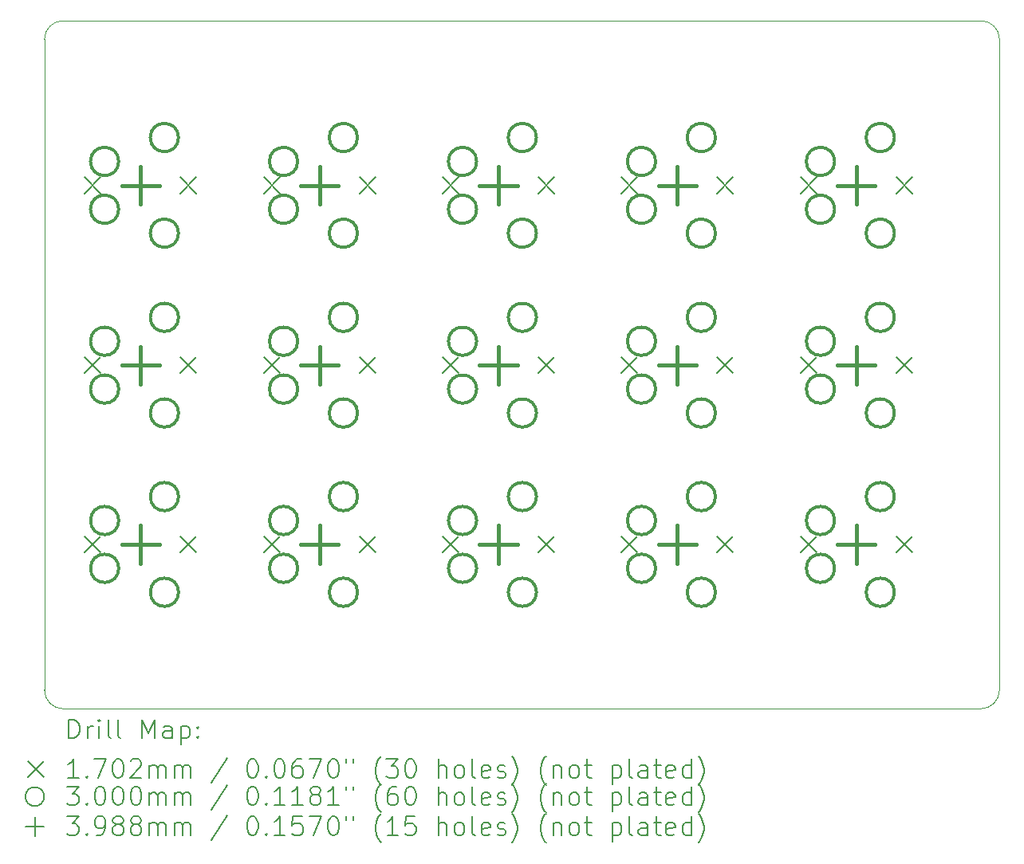
<source format=gbr>
%TF.GenerationSoftware,KiCad,Pcbnew,9.0.1*%
%TF.CreationDate,2025-04-27T05:08:37+02:00*%
%TF.ProjectId,testing-split-kb-3w-guard-pours,74657374-696e-4672-9d73-706c69742d6b,rev?*%
%TF.SameCoordinates,Original*%
%TF.FileFunction,Drillmap*%
%TF.FilePolarity,Positive*%
%FSLAX45Y45*%
G04 Gerber Fmt 4.5, Leading zero omitted, Abs format (unit mm)*
G04 Created by KiCad (PCBNEW 9.0.1) date 2025-04-27 05:08:37*
%MOMM*%
%LPD*%
G01*
G04 APERTURE LIST*
%ADD10C,0.050000*%
%ADD11C,0.200000*%
%ADD12C,0.170180*%
%ADD13C,0.300000*%
%ADD14C,0.398780*%
G04 APERTURE END LIST*
D10*
X7980000Y-3450000D02*
X7980000Y-10360000D01*
X7980000Y-3450000D02*
G75*
G02*
X8180000Y-3250000I200000J0D01*
G01*
X17550000Y-3250000D02*
X17920000Y-3250000D01*
X8180000Y-10560000D02*
G75*
G02*
X7980000Y-10360000I0J200000D01*
G01*
X8180000Y-3250000D02*
X17550000Y-3250000D01*
X18120000Y-3450000D02*
X18120000Y-10360000D01*
X18120000Y-10360000D02*
G75*
G02*
X17920000Y-10560000I-200000J0D01*
G01*
X8180000Y-10560000D02*
X17920000Y-10560000D01*
X17920000Y-3250000D02*
G75*
G02*
X18120000Y-3450000I0J-200000D01*
G01*
D11*
D12*
X8406910Y-4914910D02*
X8577090Y-5085090D01*
X8577090Y-4914910D02*
X8406910Y-5085090D01*
X8406910Y-6824910D02*
X8577090Y-6995090D01*
X8577090Y-6824910D02*
X8406910Y-6995090D01*
X8406910Y-8728910D02*
X8577090Y-8899090D01*
X8577090Y-8728910D02*
X8406910Y-8899090D01*
X9422910Y-4914910D02*
X9593090Y-5085090D01*
X9593090Y-4914910D02*
X9422910Y-5085090D01*
X9422910Y-6824910D02*
X9593090Y-6995090D01*
X9593090Y-6824910D02*
X9422910Y-6995090D01*
X9422910Y-8728910D02*
X9593090Y-8899090D01*
X9593090Y-8728910D02*
X9422910Y-8899090D01*
X10306910Y-4914910D02*
X10477090Y-5085090D01*
X10477090Y-4914910D02*
X10306910Y-5085090D01*
X10306910Y-6824910D02*
X10477090Y-6995090D01*
X10477090Y-6824910D02*
X10306910Y-6995090D01*
X10306910Y-8728910D02*
X10477090Y-8899090D01*
X10477090Y-8728910D02*
X10306910Y-8899090D01*
X11322910Y-4914910D02*
X11493090Y-5085090D01*
X11493090Y-4914910D02*
X11322910Y-5085090D01*
X11322910Y-6824910D02*
X11493090Y-6995090D01*
X11493090Y-6824910D02*
X11322910Y-6995090D01*
X11322910Y-8728910D02*
X11493090Y-8899090D01*
X11493090Y-8728910D02*
X11322910Y-8899090D01*
X12206910Y-4914910D02*
X12377090Y-5085090D01*
X12377090Y-4914910D02*
X12206910Y-5085090D01*
X12206910Y-6824910D02*
X12377090Y-6995090D01*
X12377090Y-6824910D02*
X12206910Y-6995090D01*
X12206910Y-8728910D02*
X12377090Y-8899090D01*
X12377090Y-8728910D02*
X12206910Y-8899090D01*
X13222910Y-4914910D02*
X13393090Y-5085090D01*
X13393090Y-4914910D02*
X13222910Y-5085090D01*
X13222910Y-6824910D02*
X13393090Y-6995090D01*
X13393090Y-6824910D02*
X13222910Y-6995090D01*
X13222910Y-8728910D02*
X13393090Y-8899090D01*
X13393090Y-8728910D02*
X13222910Y-8899090D01*
X14106910Y-4914910D02*
X14277090Y-5085090D01*
X14277090Y-4914910D02*
X14106910Y-5085090D01*
X14106910Y-6824910D02*
X14277090Y-6995090D01*
X14277090Y-6824910D02*
X14106910Y-6995090D01*
X14106910Y-8728910D02*
X14277090Y-8899090D01*
X14277090Y-8728910D02*
X14106910Y-8899090D01*
X15122910Y-4914910D02*
X15293090Y-5085090D01*
X15293090Y-4914910D02*
X15122910Y-5085090D01*
X15122910Y-6824910D02*
X15293090Y-6995090D01*
X15293090Y-6824910D02*
X15122910Y-6995090D01*
X15122910Y-8728910D02*
X15293090Y-8899090D01*
X15293090Y-8728910D02*
X15122910Y-8899090D01*
X16006910Y-4914910D02*
X16177090Y-5085090D01*
X16177090Y-4914910D02*
X16006910Y-5085090D01*
X16006910Y-6824910D02*
X16177090Y-6995090D01*
X16177090Y-6824910D02*
X16006910Y-6995090D01*
X16006910Y-8728910D02*
X16177090Y-8899090D01*
X16177090Y-8728910D02*
X16006910Y-8899090D01*
X17022910Y-4914910D02*
X17193090Y-5085090D01*
X17193090Y-4914910D02*
X17022910Y-5085090D01*
X17022910Y-6824910D02*
X17193090Y-6995090D01*
X17193090Y-6824910D02*
X17022910Y-6995090D01*
X17022910Y-8728910D02*
X17193090Y-8899090D01*
X17193090Y-8728910D02*
X17022910Y-8899090D01*
D13*
X8769000Y-4746000D02*
G75*
G02*
X8469000Y-4746000I-150000J0D01*
G01*
X8469000Y-4746000D02*
G75*
G02*
X8769000Y-4746000I150000J0D01*
G01*
X8769000Y-5254000D02*
G75*
G02*
X8469000Y-5254000I-150000J0D01*
G01*
X8469000Y-5254000D02*
G75*
G02*
X8769000Y-5254000I150000J0D01*
G01*
X8769000Y-6656000D02*
G75*
G02*
X8469000Y-6656000I-150000J0D01*
G01*
X8469000Y-6656000D02*
G75*
G02*
X8769000Y-6656000I150000J0D01*
G01*
X8769000Y-7164000D02*
G75*
G02*
X8469000Y-7164000I-150000J0D01*
G01*
X8469000Y-7164000D02*
G75*
G02*
X8769000Y-7164000I150000J0D01*
G01*
X8769000Y-8560000D02*
G75*
G02*
X8469000Y-8560000I-150000J0D01*
G01*
X8469000Y-8560000D02*
G75*
G02*
X8769000Y-8560000I150000J0D01*
G01*
X8769000Y-9068000D02*
G75*
G02*
X8469000Y-9068000I-150000J0D01*
G01*
X8469000Y-9068000D02*
G75*
G02*
X8769000Y-9068000I150000J0D01*
G01*
X9404000Y-4492000D02*
G75*
G02*
X9104000Y-4492000I-150000J0D01*
G01*
X9104000Y-4492000D02*
G75*
G02*
X9404000Y-4492000I150000J0D01*
G01*
X9404000Y-5508000D02*
G75*
G02*
X9104000Y-5508000I-150000J0D01*
G01*
X9104000Y-5508000D02*
G75*
G02*
X9404000Y-5508000I150000J0D01*
G01*
X9404000Y-6402000D02*
G75*
G02*
X9104000Y-6402000I-150000J0D01*
G01*
X9104000Y-6402000D02*
G75*
G02*
X9404000Y-6402000I150000J0D01*
G01*
X9404000Y-7418000D02*
G75*
G02*
X9104000Y-7418000I-150000J0D01*
G01*
X9104000Y-7418000D02*
G75*
G02*
X9404000Y-7418000I150000J0D01*
G01*
X9404000Y-8306000D02*
G75*
G02*
X9104000Y-8306000I-150000J0D01*
G01*
X9104000Y-8306000D02*
G75*
G02*
X9404000Y-8306000I150000J0D01*
G01*
X9404000Y-9322000D02*
G75*
G02*
X9104000Y-9322000I-150000J0D01*
G01*
X9104000Y-9322000D02*
G75*
G02*
X9404000Y-9322000I150000J0D01*
G01*
X10669000Y-4746000D02*
G75*
G02*
X10369000Y-4746000I-150000J0D01*
G01*
X10369000Y-4746000D02*
G75*
G02*
X10669000Y-4746000I150000J0D01*
G01*
X10669000Y-5254000D02*
G75*
G02*
X10369000Y-5254000I-150000J0D01*
G01*
X10369000Y-5254000D02*
G75*
G02*
X10669000Y-5254000I150000J0D01*
G01*
X10669000Y-6656000D02*
G75*
G02*
X10369000Y-6656000I-150000J0D01*
G01*
X10369000Y-6656000D02*
G75*
G02*
X10669000Y-6656000I150000J0D01*
G01*
X10669000Y-7164000D02*
G75*
G02*
X10369000Y-7164000I-150000J0D01*
G01*
X10369000Y-7164000D02*
G75*
G02*
X10669000Y-7164000I150000J0D01*
G01*
X10669000Y-8560000D02*
G75*
G02*
X10369000Y-8560000I-150000J0D01*
G01*
X10369000Y-8560000D02*
G75*
G02*
X10669000Y-8560000I150000J0D01*
G01*
X10669000Y-9068000D02*
G75*
G02*
X10369000Y-9068000I-150000J0D01*
G01*
X10369000Y-9068000D02*
G75*
G02*
X10669000Y-9068000I150000J0D01*
G01*
X11304000Y-4492000D02*
G75*
G02*
X11004000Y-4492000I-150000J0D01*
G01*
X11004000Y-4492000D02*
G75*
G02*
X11304000Y-4492000I150000J0D01*
G01*
X11304000Y-5508000D02*
G75*
G02*
X11004000Y-5508000I-150000J0D01*
G01*
X11004000Y-5508000D02*
G75*
G02*
X11304000Y-5508000I150000J0D01*
G01*
X11304000Y-6402000D02*
G75*
G02*
X11004000Y-6402000I-150000J0D01*
G01*
X11004000Y-6402000D02*
G75*
G02*
X11304000Y-6402000I150000J0D01*
G01*
X11304000Y-7418000D02*
G75*
G02*
X11004000Y-7418000I-150000J0D01*
G01*
X11004000Y-7418000D02*
G75*
G02*
X11304000Y-7418000I150000J0D01*
G01*
X11304000Y-8306000D02*
G75*
G02*
X11004000Y-8306000I-150000J0D01*
G01*
X11004000Y-8306000D02*
G75*
G02*
X11304000Y-8306000I150000J0D01*
G01*
X11304000Y-9322000D02*
G75*
G02*
X11004000Y-9322000I-150000J0D01*
G01*
X11004000Y-9322000D02*
G75*
G02*
X11304000Y-9322000I150000J0D01*
G01*
X12569000Y-4746000D02*
G75*
G02*
X12269000Y-4746000I-150000J0D01*
G01*
X12269000Y-4746000D02*
G75*
G02*
X12569000Y-4746000I150000J0D01*
G01*
X12569000Y-5254000D02*
G75*
G02*
X12269000Y-5254000I-150000J0D01*
G01*
X12269000Y-5254000D02*
G75*
G02*
X12569000Y-5254000I150000J0D01*
G01*
X12569000Y-6656000D02*
G75*
G02*
X12269000Y-6656000I-150000J0D01*
G01*
X12269000Y-6656000D02*
G75*
G02*
X12569000Y-6656000I150000J0D01*
G01*
X12569000Y-7164000D02*
G75*
G02*
X12269000Y-7164000I-150000J0D01*
G01*
X12269000Y-7164000D02*
G75*
G02*
X12569000Y-7164000I150000J0D01*
G01*
X12569000Y-8560000D02*
G75*
G02*
X12269000Y-8560000I-150000J0D01*
G01*
X12269000Y-8560000D02*
G75*
G02*
X12569000Y-8560000I150000J0D01*
G01*
X12569000Y-9068000D02*
G75*
G02*
X12269000Y-9068000I-150000J0D01*
G01*
X12269000Y-9068000D02*
G75*
G02*
X12569000Y-9068000I150000J0D01*
G01*
X13204000Y-4492000D02*
G75*
G02*
X12904000Y-4492000I-150000J0D01*
G01*
X12904000Y-4492000D02*
G75*
G02*
X13204000Y-4492000I150000J0D01*
G01*
X13204000Y-5508000D02*
G75*
G02*
X12904000Y-5508000I-150000J0D01*
G01*
X12904000Y-5508000D02*
G75*
G02*
X13204000Y-5508000I150000J0D01*
G01*
X13204000Y-6402000D02*
G75*
G02*
X12904000Y-6402000I-150000J0D01*
G01*
X12904000Y-6402000D02*
G75*
G02*
X13204000Y-6402000I150000J0D01*
G01*
X13204000Y-7418000D02*
G75*
G02*
X12904000Y-7418000I-150000J0D01*
G01*
X12904000Y-7418000D02*
G75*
G02*
X13204000Y-7418000I150000J0D01*
G01*
X13204000Y-8306000D02*
G75*
G02*
X12904000Y-8306000I-150000J0D01*
G01*
X12904000Y-8306000D02*
G75*
G02*
X13204000Y-8306000I150000J0D01*
G01*
X13204000Y-9322000D02*
G75*
G02*
X12904000Y-9322000I-150000J0D01*
G01*
X12904000Y-9322000D02*
G75*
G02*
X13204000Y-9322000I150000J0D01*
G01*
X14469000Y-4746000D02*
G75*
G02*
X14169000Y-4746000I-150000J0D01*
G01*
X14169000Y-4746000D02*
G75*
G02*
X14469000Y-4746000I150000J0D01*
G01*
X14469000Y-5254000D02*
G75*
G02*
X14169000Y-5254000I-150000J0D01*
G01*
X14169000Y-5254000D02*
G75*
G02*
X14469000Y-5254000I150000J0D01*
G01*
X14469000Y-6656000D02*
G75*
G02*
X14169000Y-6656000I-150000J0D01*
G01*
X14169000Y-6656000D02*
G75*
G02*
X14469000Y-6656000I150000J0D01*
G01*
X14469000Y-7164000D02*
G75*
G02*
X14169000Y-7164000I-150000J0D01*
G01*
X14169000Y-7164000D02*
G75*
G02*
X14469000Y-7164000I150000J0D01*
G01*
X14469000Y-8560000D02*
G75*
G02*
X14169000Y-8560000I-150000J0D01*
G01*
X14169000Y-8560000D02*
G75*
G02*
X14469000Y-8560000I150000J0D01*
G01*
X14469000Y-9068000D02*
G75*
G02*
X14169000Y-9068000I-150000J0D01*
G01*
X14169000Y-9068000D02*
G75*
G02*
X14469000Y-9068000I150000J0D01*
G01*
X15104000Y-4492000D02*
G75*
G02*
X14804000Y-4492000I-150000J0D01*
G01*
X14804000Y-4492000D02*
G75*
G02*
X15104000Y-4492000I150000J0D01*
G01*
X15104000Y-5508000D02*
G75*
G02*
X14804000Y-5508000I-150000J0D01*
G01*
X14804000Y-5508000D02*
G75*
G02*
X15104000Y-5508000I150000J0D01*
G01*
X15104000Y-6402000D02*
G75*
G02*
X14804000Y-6402000I-150000J0D01*
G01*
X14804000Y-6402000D02*
G75*
G02*
X15104000Y-6402000I150000J0D01*
G01*
X15104000Y-7418000D02*
G75*
G02*
X14804000Y-7418000I-150000J0D01*
G01*
X14804000Y-7418000D02*
G75*
G02*
X15104000Y-7418000I150000J0D01*
G01*
X15104000Y-8306000D02*
G75*
G02*
X14804000Y-8306000I-150000J0D01*
G01*
X14804000Y-8306000D02*
G75*
G02*
X15104000Y-8306000I150000J0D01*
G01*
X15104000Y-9322000D02*
G75*
G02*
X14804000Y-9322000I-150000J0D01*
G01*
X14804000Y-9322000D02*
G75*
G02*
X15104000Y-9322000I150000J0D01*
G01*
X16369000Y-4746000D02*
G75*
G02*
X16069000Y-4746000I-150000J0D01*
G01*
X16069000Y-4746000D02*
G75*
G02*
X16369000Y-4746000I150000J0D01*
G01*
X16369000Y-5254000D02*
G75*
G02*
X16069000Y-5254000I-150000J0D01*
G01*
X16069000Y-5254000D02*
G75*
G02*
X16369000Y-5254000I150000J0D01*
G01*
X16369000Y-6656000D02*
G75*
G02*
X16069000Y-6656000I-150000J0D01*
G01*
X16069000Y-6656000D02*
G75*
G02*
X16369000Y-6656000I150000J0D01*
G01*
X16369000Y-7164000D02*
G75*
G02*
X16069000Y-7164000I-150000J0D01*
G01*
X16069000Y-7164000D02*
G75*
G02*
X16369000Y-7164000I150000J0D01*
G01*
X16369000Y-8560000D02*
G75*
G02*
X16069000Y-8560000I-150000J0D01*
G01*
X16069000Y-8560000D02*
G75*
G02*
X16369000Y-8560000I150000J0D01*
G01*
X16369000Y-9068000D02*
G75*
G02*
X16069000Y-9068000I-150000J0D01*
G01*
X16069000Y-9068000D02*
G75*
G02*
X16369000Y-9068000I150000J0D01*
G01*
X17004000Y-4492000D02*
G75*
G02*
X16704000Y-4492000I-150000J0D01*
G01*
X16704000Y-4492000D02*
G75*
G02*
X17004000Y-4492000I150000J0D01*
G01*
X17004000Y-5508000D02*
G75*
G02*
X16704000Y-5508000I-150000J0D01*
G01*
X16704000Y-5508000D02*
G75*
G02*
X17004000Y-5508000I150000J0D01*
G01*
X17004000Y-6402000D02*
G75*
G02*
X16704000Y-6402000I-150000J0D01*
G01*
X16704000Y-6402000D02*
G75*
G02*
X17004000Y-6402000I150000J0D01*
G01*
X17004000Y-7418000D02*
G75*
G02*
X16704000Y-7418000I-150000J0D01*
G01*
X16704000Y-7418000D02*
G75*
G02*
X17004000Y-7418000I150000J0D01*
G01*
X17004000Y-8306000D02*
G75*
G02*
X16704000Y-8306000I-150000J0D01*
G01*
X16704000Y-8306000D02*
G75*
G02*
X17004000Y-8306000I150000J0D01*
G01*
X17004000Y-9322000D02*
G75*
G02*
X16704000Y-9322000I-150000J0D01*
G01*
X16704000Y-9322000D02*
G75*
G02*
X17004000Y-9322000I150000J0D01*
G01*
D14*
X9000000Y-4800610D02*
X9000000Y-5199390D01*
X8800610Y-5000000D02*
X9199390Y-5000000D01*
X9000000Y-6710610D02*
X9000000Y-7109390D01*
X8800610Y-6910000D02*
X9199390Y-6910000D01*
X9000000Y-8614610D02*
X9000000Y-9013390D01*
X8800610Y-8814000D02*
X9199390Y-8814000D01*
X10900000Y-4800610D02*
X10900000Y-5199390D01*
X10700610Y-5000000D02*
X11099390Y-5000000D01*
X10900000Y-6710610D02*
X10900000Y-7109390D01*
X10700610Y-6910000D02*
X11099390Y-6910000D01*
X10900000Y-8614610D02*
X10900000Y-9013390D01*
X10700610Y-8814000D02*
X11099390Y-8814000D01*
X12800000Y-4800610D02*
X12800000Y-5199390D01*
X12600610Y-5000000D02*
X12999390Y-5000000D01*
X12800000Y-6710610D02*
X12800000Y-7109390D01*
X12600610Y-6910000D02*
X12999390Y-6910000D01*
X12800000Y-8614610D02*
X12800000Y-9013390D01*
X12600610Y-8814000D02*
X12999390Y-8814000D01*
X14700000Y-4800610D02*
X14700000Y-5199390D01*
X14500610Y-5000000D02*
X14899390Y-5000000D01*
X14700000Y-6710610D02*
X14700000Y-7109390D01*
X14500610Y-6910000D02*
X14899390Y-6910000D01*
X14700000Y-8614610D02*
X14700000Y-9013390D01*
X14500610Y-8814000D02*
X14899390Y-8814000D01*
X16600000Y-4800610D02*
X16600000Y-5199390D01*
X16400610Y-5000000D02*
X16799390Y-5000000D01*
X16600000Y-6710610D02*
X16600000Y-7109390D01*
X16400610Y-6910000D02*
X16799390Y-6910000D01*
X16600000Y-8614610D02*
X16600000Y-9013390D01*
X16400610Y-8814000D02*
X16799390Y-8814000D01*
D11*
X8238277Y-10873984D02*
X8238277Y-10673984D01*
X8238277Y-10673984D02*
X8285896Y-10673984D01*
X8285896Y-10673984D02*
X8314467Y-10683508D01*
X8314467Y-10683508D02*
X8333515Y-10702555D01*
X8333515Y-10702555D02*
X8343039Y-10721603D01*
X8343039Y-10721603D02*
X8352562Y-10759698D01*
X8352562Y-10759698D02*
X8352562Y-10788270D01*
X8352562Y-10788270D02*
X8343039Y-10826365D01*
X8343039Y-10826365D02*
X8333515Y-10845412D01*
X8333515Y-10845412D02*
X8314467Y-10864460D01*
X8314467Y-10864460D02*
X8285896Y-10873984D01*
X8285896Y-10873984D02*
X8238277Y-10873984D01*
X8438277Y-10873984D02*
X8438277Y-10740650D01*
X8438277Y-10778746D02*
X8447801Y-10759698D01*
X8447801Y-10759698D02*
X8457324Y-10750174D01*
X8457324Y-10750174D02*
X8476372Y-10740650D01*
X8476372Y-10740650D02*
X8495420Y-10740650D01*
X8562086Y-10873984D02*
X8562086Y-10740650D01*
X8562086Y-10673984D02*
X8552563Y-10683508D01*
X8552563Y-10683508D02*
X8562086Y-10693031D01*
X8562086Y-10693031D02*
X8571610Y-10683508D01*
X8571610Y-10683508D02*
X8562086Y-10673984D01*
X8562086Y-10673984D02*
X8562086Y-10693031D01*
X8685896Y-10873984D02*
X8666848Y-10864460D01*
X8666848Y-10864460D02*
X8657324Y-10845412D01*
X8657324Y-10845412D02*
X8657324Y-10673984D01*
X8790658Y-10873984D02*
X8771610Y-10864460D01*
X8771610Y-10864460D02*
X8762086Y-10845412D01*
X8762086Y-10845412D02*
X8762086Y-10673984D01*
X9019229Y-10873984D02*
X9019229Y-10673984D01*
X9019229Y-10673984D02*
X9085896Y-10816841D01*
X9085896Y-10816841D02*
X9152563Y-10673984D01*
X9152563Y-10673984D02*
X9152563Y-10873984D01*
X9333515Y-10873984D02*
X9333515Y-10769222D01*
X9333515Y-10769222D02*
X9323991Y-10750174D01*
X9323991Y-10750174D02*
X9304944Y-10740650D01*
X9304944Y-10740650D02*
X9266848Y-10740650D01*
X9266848Y-10740650D02*
X9247801Y-10750174D01*
X9333515Y-10864460D02*
X9314467Y-10873984D01*
X9314467Y-10873984D02*
X9266848Y-10873984D01*
X9266848Y-10873984D02*
X9247801Y-10864460D01*
X9247801Y-10864460D02*
X9238277Y-10845412D01*
X9238277Y-10845412D02*
X9238277Y-10826365D01*
X9238277Y-10826365D02*
X9247801Y-10807317D01*
X9247801Y-10807317D02*
X9266848Y-10797793D01*
X9266848Y-10797793D02*
X9314467Y-10797793D01*
X9314467Y-10797793D02*
X9333515Y-10788270D01*
X9428753Y-10740650D02*
X9428753Y-10940650D01*
X9428753Y-10750174D02*
X9447801Y-10740650D01*
X9447801Y-10740650D02*
X9485896Y-10740650D01*
X9485896Y-10740650D02*
X9504944Y-10750174D01*
X9504944Y-10750174D02*
X9514467Y-10759698D01*
X9514467Y-10759698D02*
X9523991Y-10778746D01*
X9523991Y-10778746D02*
X9523991Y-10835889D01*
X9523991Y-10835889D02*
X9514467Y-10854936D01*
X9514467Y-10854936D02*
X9504944Y-10864460D01*
X9504944Y-10864460D02*
X9485896Y-10873984D01*
X9485896Y-10873984D02*
X9447801Y-10873984D01*
X9447801Y-10873984D02*
X9428753Y-10864460D01*
X9609705Y-10854936D02*
X9619229Y-10864460D01*
X9619229Y-10864460D02*
X9609705Y-10873984D01*
X9609705Y-10873984D02*
X9600182Y-10864460D01*
X9600182Y-10864460D02*
X9609705Y-10854936D01*
X9609705Y-10854936D02*
X9609705Y-10873984D01*
X9609705Y-10750174D02*
X9619229Y-10759698D01*
X9619229Y-10759698D02*
X9609705Y-10769222D01*
X9609705Y-10769222D02*
X9600182Y-10759698D01*
X9600182Y-10759698D02*
X9609705Y-10750174D01*
X9609705Y-10750174D02*
X9609705Y-10769222D01*
D12*
X7807320Y-11117410D02*
X7977500Y-11287590D01*
X7977500Y-11117410D02*
X7807320Y-11287590D01*
D11*
X8343039Y-11293984D02*
X8228753Y-11293984D01*
X8285896Y-11293984D02*
X8285896Y-11093984D01*
X8285896Y-11093984D02*
X8266848Y-11122555D01*
X8266848Y-11122555D02*
X8247801Y-11141603D01*
X8247801Y-11141603D02*
X8228753Y-11151127D01*
X8428753Y-11274936D02*
X8438277Y-11284460D01*
X8438277Y-11284460D02*
X8428753Y-11293984D01*
X8428753Y-11293984D02*
X8419229Y-11284460D01*
X8419229Y-11284460D02*
X8428753Y-11274936D01*
X8428753Y-11274936D02*
X8428753Y-11293984D01*
X8504944Y-11093984D02*
X8638277Y-11093984D01*
X8638277Y-11093984D02*
X8552563Y-11293984D01*
X8752563Y-11093984D02*
X8771610Y-11093984D01*
X8771610Y-11093984D02*
X8790658Y-11103508D01*
X8790658Y-11103508D02*
X8800182Y-11113031D01*
X8800182Y-11113031D02*
X8809705Y-11132079D01*
X8809705Y-11132079D02*
X8819229Y-11170174D01*
X8819229Y-11170174D02*
X8819229Y-11217793D01*
X8819229Y-11217793D02*
X8809705Y-11255888D01*
X8809705Y-11255888D02*
X8800182Y-11274936D01*
X8800182Y-11274936D02*
X8790658Y-11284460D01*
X8790658Y-11284460D02*
X8771610Y-11293984D01*
X8771610Y-11293984D02*
X8752563Y-11293984D01*
X8752563Y-11293984D02*
X8733515Y-11284460D01*
X8733515Y-11284460D02*
X8723991Y-11274936D01*
X8723991Y-11274936D02*
X8714467Y-11255888D01*
X8714467Y-11255888D02*
X8704944Y-11217793D01*
X8704944Y-11217793D02*
X8704944Y-11170174D01*
X8704944Y-11170174D02*
X8714467Y-11132079D01*
X8714467Y-11132079D02*
X8723991Y-11113031D01*
X8723991Y-11113031D02*
X8733515Y-11103508D01*
X8733515Y-11103508D02*
X8752563Y-11093984D01*
X8895420Y-11113031D02*
X8904944Y-11103508D01*
X8904944Y-11103508D02*
X8923991Y-11093984D01*
X8923991Y-11093984D02*
X8971610Y-11093984D01*
X8971610Y-11093984D02*
X8990658Y-11103508D01*
X8990658Y-11103508D02*
X9000182Y-11113031D01*
X9000182Y-11113031D02*
X9009705Y-11132079D01*
X9009705Y-11132079D02*
X9009705Y-11151127D01*
X9009705Y-11151127D02*
X9000182Y-11179698D01*
X9000182Y-11179698D02*
X8885896Y-11293984D01*
X8885896Y-11293984D02*
X9009705Y-11293984D01*
X9095420Y-11293984D02*
X9095420Y-11160650D01*
X9095420Y-11179698D02*
X9104944Y-11170174D01*
X9104944Y-11170174D02*
X9123991Y-11160650D01*
X9123991Y-11160650D02*
X9152563Y-11160650D01*
X9152563Y-11160650D02*
X9171610Y-11170174D01*
X9171610Y-11170174D02*
X9181134Y-11189222D01*
X9181134Y-11189222D02*
X9181134Y-11293984D01*
X9181134Y-11189222D02*
X9190658Y-11170174D01*
X9190658Y-11170174D02*
X9209705Y-11160650D01*
X9209705Y-11160650D02*
X9238277Y-11160650D01*
X9238277Y-11160650D02*
X9257325Y-11170174D01*
X9257325Y-11170174D02*
X9266848Y-11189222D01*
X9266848Y-11189222D02*
X9266848Y-11293984D01*
X9362086Y-11293984D02*
X9362086Y-11160650D01*
X9362086Y-11179698D02*
X9371610Y-11170174D01*
X9371610Y-11170174D02*
X9390658Y-11160650D01*
X9390658Y-11160650D02*
X9419229Y-11160650D01*
X9419229Y-11160650D02*
X9438277Y-11170174D01*
X9438277Y-11170174D02*
X9447801Y-11189222D01*
X9447801Y-11189222D02*
X9447801Y-11293984D01*
X9447801Y-11189222D02*
X9457325Y-11170174D01*
X9457325Y-11170174D02*
X9476372Y-11160650D01*
X9476372Y-11160650D02*
X9504944Y-11160650D01*
X9504944Y-11160650D02*
X9523991Y-11170174D01*
X9523991Y-11170174D02*
X9533515Y-11189222D01*
X9533515Y-11189222D02*
X9533515Y-11293984D01*
X9923991Y-11084460D02*
X9752563Y-11341603D01*
X10181134Y-11093984D02*
X10200182Y-11093984D01*
X10200182Y-11093984D02*
X10219229Y-11103508D01*
X10219229Y-11103508D02*
X10228753Y-11113031D01*
X10228753Y-11113031D02*
X10238277Y-11132079D01*
X10238277Y-11132079D02*
X10247801Y-11170174D01*
X10247801Y-11170174D02*
X10247801Y-11217793D01*
X10247801Y-11217793D02*
X10238277Y-11255888D01*
X10238277Y-11255888D02*
X10228753Y-11274936D01*
X10228753Y-11274936D02*
X10219229Y-11284460D01*
X10219229Y-11284460D02*
X10200182Y-11293984D01*
X10200182Y-11293984D02*
X10181134Y-11293984D01*
X10181134Y-11293984D02*
X10162087Y-11284460D01*
X10162087Y-11284460D02*
X10152563Y-11274936D01*
X10152563Y-11274936D02*
X10143039Y-11255888D01*
X10143039Y-11255888D02*
X10133515Y-11217793D01*
X10133515Y-11217793D02*
X10133515Y-11170174D01*
X10133515Y-11170174D02*
X10143039Y-11132079D01*
X10143039Y-11132079D02*
X10152563Y-11113031D01*
X10152563Y-11113031D02*
X10162087Y-11103508D01*
X10162087Y-11103508D02*
X10181134Y-11093984D01*
X10333515Y-11274936D02*
X10343039Y-11284460D01*
X10343039Y-11284460D02*
X10333515Y-11293984D01*
X10333515Y-11293984D02*
X10323991Y-11284460D01*
X10323991Y-11284460D02*
X10333515Y-11274936D01*
X10333515Y-11274936D02*
X10333515Y-11293984D01*
X10466848Y-11093984D02*
X10485896Y-11093984D01*
X10485896Y-11093984D02*
X10504944Y-11103508D01*
X10504944Y-11103508D02*
X10514468Y-11113031D01*
X10514468Y-11113031D02*
X10523991Y-11132079D01*
X10523991Y-11132079D02*
X10533515Y-11170174D01*
X10533515Y-11170174D02*
X10533515Y-11217793D01*
X10533515Y-11217793D02*
X10523991Y-11255888D01*
X10523991Y-11255888D02*
X10514468Y-11274936D01*
X10514468Y-11274936D02*
X10504944Y-11284460D01*
X10504944Y-11284460D02*
X10485896Y-11293984D01*
X10485896Y-11293984D02*
X10466848Y-11293984D01*
X10466848Y-11293984D02*
X10447801Y-11284460D01*
X10447801Y-11284460D02*
X10438277Y-11274936D01*
X10438277Y-11274936D02*
X10428753Y-11255888D01*
X10428753Y-11255888D02*
X10419229Y-11217793D01*
X10419229Y-11217793D02*
X10419229Y-11170174D01*
X10419229Y-11170174D02*
X10428753Y-11132079D01*
X10428753Y-11132079D02*
X10438277Y-11113031D01*
X10438277Y-11113031D02*
X10447801Y-11103508D01*
X10447801Y-11103508D02*
X10466848Y-11093984D01*
X10704944Y-11093984D02*
X10666848Y-11093984D01*
X10666848Y-11093984D02*
X10647801Y-11103508D01*
X10647801Y-11103508D02*
X10638277Y-11113031D01*
X10638277Y-11113031D02*
X10619229Y-11141603D01*
X10619229Y-11141603D02*
X10609706Y-11179698D01*
X10609706Y-11179698D02*
X10609706Y-11255888D01*
X10609706Y-11255888D02*
X10619229Y-11274936D01*
X10619229Y-11274936D02*
X10628753Y-11284460D01*
X10628753Y-11284460D02*
X10647801Y-11293984D01*
X10647801Y-11293984D02*
X10685896Y-11293984D01*
X10685896Y-11293984D02*
X10704944Y-11284460D01*
X10704944Y-11284460D02*
X10714468Y-11274936D01*
X10714468Y-11274936D02*
X10723991Y-11255888D01*
X10723991Y-11255888D02*
X10723991Y-11208269D01*
X10723991Y-11208269D02*
X10714468Y-11189222D01*
X10714468Y-11189222D02*
X10704944Y-11179698D01*
X10704944Y-11179698D02*
X10685896Y-11170174D01*
X10685896Y-11170174D02*
X10647801Y-11170174D01*
X10647801Y-11170174D02*
X10628753Y-11179698D01*
X10628753Y-11179698D02*
X10619229Y-11189222D01*
X10619229Y-11189222D02*
X10609706Y-11208269D01*
X10790658Y-11093984D02*
X10923991Y-11093984D01*
X10923991Y-11093984D02*
X10838277Y-11293984D01*
X11038277Y-11093984D02*
X11057325Y-11093984D01*
X11057325Y-11093984D02*
X11076372Y-11103508D01*
X11076372Y-11103508D02*
X11085896Y-11113031D01*
X11085896Y-11113031D02*
X11095420Y-11132079D01*
X11095420Y-11132079D02*
X11104944Y-11170174D01*
X11104944Y-11170174D02*
X11104944Y-11217793D01*
X11104944Y-11217793D02*
X11095420Y-11255888D01*
X11095420Y-11255888D02*
X11085896Y-11274936D01*
X11085896Y-11274936D02*
X11076372Y-11284460D01*
X11076372Y-11284460D02*
X11057325Y-11293984D01*
X11057325Y-11293984D02*
X11038277Y-11293984D01*
X11038277Y-11293984D02*
X11019229Y-11284460D01*
X11019229Y-11284460D02*
X11009706Y-11274936D01*
X11009706Y-11274936D02*
X11000182Y-11255888D01*
X11000182Y-11255888D02*
X10990658Y-11217793D01*
X10990658Y-11217793D02*
X10990658Y-11170174D01*
X10990658Y-11170174D02*
X11000182Y-11132079D01*
X11000182Y-11132079D02*
X11009706Y-11113031D01*
X11009706Y-11113031D02*
X11019229Y-11103508D01*
X11019229Y-11103508D02*
X11038277Y-11093984D01*
X11181134Y-11093984D02*
X11181134Y-11132079D01*
X11257325Y-11093984D02*
X11257325Y-11132079D01*
X11552563Y-11370174D02*
X11543039Y-11360650D01*
X11543039Y-11360650D02*
X11523991Y-11332079D01*
X11523991Y-11332079D02*
X11514468Y-11313031D01*
X11514468Y-11313031D02*
X11504944Y-11284460D01*
X11504944Y-11284460D02*
X11495420Y-11236841D01*
X11495420Y-11236841D02*
X11495420Y-11198746D01*
X11495420Y-11198746D02*
X11504944Y-11151127D01*
X11504944Y-11151127D02*
X11514468Y-11122555D01*
X11514468Y-11122555D02*
X11523991Y-11103508D01*
X11523991Y-11103508D02*
X11543039Y-11074936D01*
X11543039Y-11074936D02*
X11552563Y-11065412D01*
X11609706Y-11093984D02*
X11733515Y-11093984D01*
X11733515Y-11093984D02*
X11666848Y-11170174D01*
X11666848Y-11170174D02*
X11695420Y-11170174D01*
X11695420Y-11170174D02*
X11714468Y-11179698D01*
X11714468Y-11179698D02*
X11723991Y-11189222D01*
X11723991Y-11189222D02*
X11733515Y-11208269D01*
X11733515Y-11208269D02*
X11733515Y-11255888D01*
X11733515Y-11255888D02*
X11723991Y-11274936D01*
X11723991Y-11274936D02*
X11714468Y-11284460D01*
X11714468Y-11284460D02*
X11695420Y-11293984D01*
X11695420Y-11293984D02*
X11638277Y-11293984D01*
X11638277Y-11293984D02*
X11619229Y-11284460D01*
X11619229Y-11284460D02*
X11609706Y-11274936D01*
X11857325Y-11093984D02*
X11876372Y-11093984D01*
X11876372Y-11093984D02*
X11895420Y-11103508D01*
X11895420Y-11103508D02*
X11904944Y-11113031D01*
X11904944Y-11113031D02*
X11914468Y-11132079D01*
X11914468Y-11132079D02*
X11923991Y-11170174D01*
X11923991Y-11170174D02*
X11923991Y-11217793D01*
X11923991Y-11217793D02*
X11914468Y-11255888D01*
X11914468Y-11255888D02*
X11904944Y-11274936D01*
X11904944Y-11274936D02*
X11895420Y-11284460D01*
X11895420Y-11284460D02*
X11876372Y-11293984D01*
X11876372Y-11293984D02*
X11857325Y-11293984D01*
X11857325Y-11293984D02*
X11838277Y-11284460D01*
X11838277Y-11284460D02*
X11828753Y-11274936D01*
X11828753Y-11274936D02*
X11819229Y-11255888D01*
X11819229Y-11255888D02*
X11809706Y-11217793D01*
X11809706Y-11217793D02*
X11809706Y-11170174D01*
X11809706Y-11170174D02*
X11819229Y-11132079D01*
X11819229Y-11132079D02*
X11828753Y-11113031D01*
X11828753Y-11113031D02*
X11838277Y-11103508D01*
X11838277Y-11103508D02*
X11857325Y-11093984D01*
X12162087Y-11293984D02*
X12162087Y-11093984D01*
X12247801Y-11293984D02*
X12247801Y-11189222D01*
X12247801Y-11189222D02*
X12238277Y-11170174D01*
X12238277Y-11170174D02*
X12219230Y-11160650D01*
X12219230Y-11160650D02*
X12190658Y-11160650D01*
X12190658Y-11160650D02*
X12171610Y-11170174D01*
X12171610Y-11170174D02*
X12162087Y-11179698D01*
X12371610Y-11293984D02*
X12352563Y-11284460D01*
X12352563Y-11284460D02*
X12343039Y-11274936D01*
X12343039Y-11274936D02*
X12333515Y-11255888D01*
X12333515Y-11255888D02*
X12333515Y-11198746D01*
X12333515Y-11198746D02*
X12343039Y-11179698D01*
X12343039Y-11179698D02*
X12352563Y-11170174D01*
X12352563Y-11170174D02*
X12371610Y-11160650D01*
X12371610Y-11160650D02*
X12400182Y-11160650D01*
X12400182Y-11160650D02*
X12419230Y-11170174D01*
X12419230Y-11170174D02*
X12428753Y-11179698D01*
X12428753Y-11179698D02*
X12438277Y-11198746D01*
X12438277Y-11198746D02*
X12438277Y-11255888D01*
X12438277Y-11255888D02*
X12428753Y-11274936D01*
X12428753Y-11274936D02*
X12419230Y-11284460D01*
X12419230Y-11284460D02*
X12400182Y-11293984D01*
X12400182Y-11293984D02*
X12371610Y-11293984D01*
X12552563Y-11293984D02*
X12533515Y-11284460D01*
X12533515Y-11284460D02*
X12523991Y-11265412D01*
X12523991Y-11265412D02*
X12523991Y-11093984D01*
X12704944Y-11284460D02*
X12685896Y-11293984D01*
X12685896Y-11293984D02*
X12647801Y-11293984D01*
X12647801Y-11293984D02*
X12628753Y-11284460D01*
X12628753Y-11284460D02*
X12619230Y-11265412D01*
X12619230Y-11265412D02*
X12619230Y-11189222D01*
X12619230Y-11189222D02*
X12628753Y-11170174D01*
X12628753Y-11170174D02*
X12647801Y-11160650D01*
X12647801Y-11160650D02*
X12685896Y-11160650D01*
X12685896Y-11160650D02*
X12704944Y-11170174D01*
X12704944Y-11170174D02*
X12714468Y-11189222D01*
X12714468Y-11189222D02*
X12714468Y-11208269D01*
X12714468Y-11208269D02*
X12619230Y-11227317D01*
X12790658Y-11284460D02*
X12809706Y-11293984D01*
X12809706Y-11293984D02*
X12847801Y-11293984D01*
X12847801Y-11293984D02*
X12866849Y-11284460D01*
X12866849Y-11284460D02*
X12876372Y-11265412D01*
X12876372Y-11265412D02*
X12876372Y-11255888D01*
X12876372Y-11255888D02*
X12866849Y-11236841D01*
X12866849Y-11236841D02*
X12847801Y-11227317D01*
X12847801Y-11227317D02*
X12819230Y-11227317D01*
X12819230Y-11227317D02*
X12800182Y-11217793D01*
X12800182Y-11217793D02*
X12790658Y-11198746D01*
X12790658Y-11198746D02*
X12790658Y-11189222D01*
X12790658Y-11189222D02*
X12800182Y-11170174D01*
X12800182Y-11170174D02*
X12819230Y-11160650D01*
X12819230Y-11160650D02*
X12847801Y-11160650D01*
X12847801Y-11160650D02*
X12866849Y-11170174D01*
X12943039Y-11370174D02*
X12952563Y-11360650D01*
X12952563Y-11360650D02*
X12971611Y-11332079D01*
X12971611Y-11332079D02*
X12981134Y-11313031D01*
X12981134Y-11313031D02*
X12990658Y-11284460D01*
X12990658Y-11284460D02*
X13000182Y-11236841D01*
X13000182Y-11236841D02*
X13000182Y-11198746D01*
X13000182Y-11198746D02*
X12990658Y-11151127D01*
X12990658Y-11151127D02*
X12981134Y-11122555D01*
X12981134Y-11122555D02*
X12971611Y-11103508D01*
X12971611Y-11103508D02*
X12952563Y-11074936D01*
X12952563Y-11074936D02*
X12943039Y-11065412D01*
X13304944Y-11370174D02*
X13295420Y-11360650D01*
X13295420Y-11360650D02*
X13276372Y-11332079D01*
X13276372Y-11332079D02*
X13266849Y-11313031D01*
X13266849Y-11313031D02*
X13257325Y-11284460D01*
X13257325Y-11284460D02*
X13247801Y-11236841D01*
X13247801Y-11236841D02*
X13247801Y-11198746D01*
X13247801Y-11198746D02*
X13257325Y-11151127D01*
X13257325Y-11151127D02*
X13266849Y-11122555D01*
X13266849Y-11122555D02*
X13276372Y-11103508D01*
X13276372Y-11103508D02*
X13295420Y-11074936D01*
X13295420Y-11074936D02*
X13304944Y-11065412D01*
X13381134Y-11160650D02*
X13381134Y-11293984D01*
X13381134Y-11179698D02*
X13390658Y-11170174D01*
X13390658Y-11170174D02*
X13409706Y-11160650D01*
X13409706Y-11160650D02*
X13438277Y-11160650D01*
X13438277Y-11160650D02*
X13457325Y-11170174D01*
X13457325Y-11170174D02*
X13466849Y-11189222D01*
X13466849Y-11189222D02*
X13466849Y-11293984D01*
X13590658Y-11293984D02*
X13571611Y-11284460D01*
X13571611Y-11284460D02*
X13562087Y-11274936D01*
X13562087Y-11274936D02*
X13552563Y-11255888D01*
X13552563Y-11255888D02*
X13552563Y-11198746D01*
X13552563Y-11198746D02*
X13562087Y-11179698D01*
X13562087Y-11179698D02*
X13571611Y-11170174D01*
X13571611Y-11170174D02*
X13590658Y-11160650D01*
X13590658Y-11160650D02*
X13619230Y-11160650D01*
X13619230Y-11160650D02*
X13638277Y-11170174D01*
X13638277Y-11170174D02*
X13647801Y-11179698D01*
X13647801Y-11179698D02*
X13657325Y-11198746D01*
X13657325Y-11198746D02*
X13657325Y-11255888D01*
X13657325Y-11255888D02*
X13647801Y-11274936D01*
X13647801Y-11274936D02*
X13638277Y-11284460D01*
X13638277Y-11284460D02*
X13619230Y-11293984D01*
X13619230Y-11293984D02*
X13590658Y-11293984D01*
X13714468Y-11160650D02*
X13790658Y-11160650D01*
X13743039Y-11093984D02*
X13743039Y-11265412D01*
X13743039Y-11265412D02*
X13752563Y-11284460D01*
X13752563Y-11284460D02*
X13771611Y-11293984D01*
X13771611Y-11293984D02*
X13790658Y-11293984D01*
X14009706Y-11160650D02*
X14009706Y-11360650D01*
X14009706Y-11170174D02*
X14028753Y-11160650D01*
X14028753Y-11160650D02*
X14066849Y-11160650D01*
X14066849Y-11160650D02*
X14085896Y-11170174D01*
X14085896Y-11170174D02*
X14095420Y-11179698D01*
X14095420Y-11179698D02*
X14104944Y-11198746D01*
X14104944Y-11198746D02*
X14104944Y-11255888D01*
X14104944Y-11255888D02*
X14095420Y-11274936D01*
X14095420Y-11274936D02*
X14085896Y-11284460D01*
X14085896Y-11284460D02*
X14066849Y-11293984D01*
X14066849Y-11293984D02*
X14028753Y-11293984D01*
X14028753Y-11293984D02*
X14009706Y-11284460D01*
X14219230Y-11293984D02*
X14200182Y-11284460D01*
X14200182Y-11284460D02*
X14190658Y-11265412D01*
X14190658Y-11265412D02*
X14190658Y-11093984D01*
X14381134Y-11293984D02*
X14381134Y-11189222D01*
X14381134Y-11189222D02*
X14371611Y-11170174D01*
X14371611Y-11170174D02*
X14352563Y-11160650D01*
X14352563Y-11160650D02*
X14314468Y-11160650D01*
X14314468Y-11160650D02*
X14295420Y-11170174D01*
X14381134Y-11284460D02*
X14362087Y-11293984D01*
X14362087Y-11293984D02*
X14314468Y-11293984D01*
X14314468Y-11293984D02*
X14295420Y-11284460D01*
X14295420Y-11284460D02*
X14285896Y-11265412D01*
X14285896Y-11265412D02*
X14285896Y-11246365D01*
X14285896Y-11246365D02*
X14295420Y-11227317D01*
X14295420Y-11227317D02*
X14314468Y-11217793D01*
X14314468Y-11217793D02*
X14362087Y-11217793D01*
X14362087Y-11217793D02*
X14381134Y-11208269D01*
X14447801Y-11160650D02*
X14523992Y-11160650D01*
X14476373Y-11093984D02*
X14476373Y-11265412D01*
X14476373Y-11265412D02*
X14485896Y-11284460D01*
X14485896Y-11284460D02*
X14504944Y-11293984D01*
X14504944Y-11293984D02*
X14523992Y-11293984D01*
X14666849Y-11284460D02*
X14647801Y-11293984D01*
X14647801Y-11293984D02*
X14609706Y-11293984D01*
X14609706Y-11293984D02*
X14590658Y-11284460D01*
X14590658Y-11284460D02*
X14581134Y-11265412D01*
X14581134Y-11265412D02*
X14581134Y-11189222D01*
X14581134Y-11189222D02*
X14590658Y-11170174D01*
X14590658Y-11170174D02*
X14609706Y-11160650D01*
X14609706Y-11160650D02*
X14647801Y-11160650D01*
X14647801Y-11160650D02*
X14666849Y-11170174D01*
X14666849Y-11170174D02*
X14676373Y-11189222D01*
X14676373Y-11189222D02*
X14676373Y-11208269D01*
X14676373Y-11208269D02*
X14581134Y-11227317D01*
X14847801Y-11293984D02*
X14847801Y-11093984D01*
X14847801Y-11284460D02*
X14828754Y-11293984D01*
X14828754Y-11293984D02*
X14790658Y-11293984D01*
X14790658Y-11293984D02*
X14771611Y-11284460D01*
X14771611Y-11284460D02*
X14762087Y-11274936D01*
X14762087Y-11274936D02*
X14752563Y-11255888D01*
X14752563Y-11255888D02*
X14752563Y-11198746D01*
X14752563Y-11198746D02*
X14762087Y-11179698D01*
X14762087Y-11179698D02*
X14771611Y-11170174D01*
X14771611Y-11170174D02*
X14790658Y-11160650D01*
X14790658Y-11160650D02*
X14828754Y-11160650D01*
X14828754Y-11160650D02*
X14847801Y-11170174D01*
X14923992Y-11370174D02*
X14933515Y-11360650D01*
X14933515Y-11360650D02*
X14952563Y-11332079D01*
X14952563Y-11332079D02*
X14962087Y-11313031D01*
X14962087Y-11313031D02*
X14971611Y-11284460D01*
X14971611Y-11284460D02*
X14981134Y-11236841D01*
X14981134Y-11236841D02*
X14981134Y-11198746D01*
X14981134Y-11198746D02*
X14971611Y-11151127D01*
X14971611Y-11151127D02*
X14962087Y-11122555D01*
X14962087Y-11122555D02*
X14952563Y-11103508D01*
X14952563Y-11103508D02*
X14933515Y-11074936D01*
X14933515Y-11074936D02*
X14923992Y-11065412D01*
X7977500Y-11492680D02*
G75*
G02*
X7777500Y-11492680I-100000J0D01*
G01*
X7777500Y-11492680D02*
G75*
G02*
X7977500Y-11492680I100000J0D01*
G01*
X8219229Y-11384164D02*
X8343039Y-11384164D01*
X8343039Y-11384164D02*
X8276372Y-11460354D01*
X8276372Y-11460354D02*
X8304943Y-11460354D01*
X8304943Y-11460354D02*
X8323991Y-11469878D01*
X8323991Y-11469878D02*
X8333515Y-11479402D01*
X8333515Y-11479402D02*
X8343039Y-11498449D01*
X8343039Y-11498449D02*
X8343039Y-11546068D01*
X8343039Y-11546068D02*
X8333515Y-11565116D01*
X8333515Y-11565116D02*
X8323991Y-11574640D01*
X8323991Y-11574640D02*
X8304943Y-11584164D01*
X8304943Y-11584164D02*
X8247801Y-11584164D01*
X8247801Y-11584164D02*
X8228753Y-11574640D01*
X8228753Y-11574640D02*
X8219229Y-11565116D01*
X8428753Y-11565116D02*
X8438277Y-11574640D01*
X8438277Y-11574640D02*
X8428753Y-11584164D01*
X8428753Y-11584164D02*
X8419229Y-11574640D01*
X8419229Y-11574640D02*
X8428753Y-11565116D01*
X8428753Y-11565116D02*
X8428753Y-11584164D01*
X8562086Y-11384164D02*
X8581134Y-11384164D01*
X8581134Y-11384164D02*
X8600182Y-11393688D01*
X8600182Y-11393688D02*
X8609705Y-11403211D01*
X8609705Y-11403211D02*
X8619229Y-11422259D01*
X8619229Y-11422259D02*
X8628753Y-11460354D01*
X8628753Y-11460354D02*
X8628753Y-11507973D01*
X8628753Y-11507973D02*
X8619229Y-11546068D01*
X8619229Y-11546068D02*
X8609705Y-11565116D01*
X8609705Y-11565116D02*
X8600182Y-11574640D01*
X8600182Y-11574640D02*
X8581134Y-11584164D01*
X8581134Y-11584164D02*
X8562086Y-11584164D01*
X8562086Y-11584164D02*
X8543039Y-11574640D01*
X8543039Y-11574640D02*
X8533515Y-11565116D01*
X8533515Y-11565116D02*
X8523991Y-11546068D01*
X8523991Y-11546068D02*
X8514467Y-11507973D01*
X8514467Y-11507973D02*
X8514467Y-11460354D01*
X8514467Y-11460354D02*
X8523991Y-11422259D01*
X8523991Y-11422259D02*
X8533515Y-11403211D01*
X8533515Y-11403211D02*
X8543039Y-11393688D01*
X8543039Y-11393688D02*
X8562086Y-11384164D01*
X8752563Y-11384164D02*
X8771610Y-11384164D01*
X8771610Y-11384164D02*
X8790658Y-11393688D01*
X8790658Y-11393688D02*
X8800182Y-11403211D01*
X8800182Y-11403211D02*
X8809705Y-11422259D01*
X8809705Y-11422259D02*
X8819229Y-11460354D01*
X8819229Y-11460354D02*
X8819229Y-11507973D01*
X8819229Y-11507973D02*
X8809705Y-11546068D01*
X8809705Y-11546068D02*
X8800182Y-11565116D01*
X8800182Y-11565116D02*
X8790658Y-11574640D01*
X8790658Y-11574640D02*
X8771610Y-11584164D01*
X8771610Y-11584164D02*
X8752563Y-11584164D01*
X8752563Y-11584164D02*
X8733515Y-11574640D01*
X8733515Y-11574640D02*
X8723991Y-11565116D01*
X8723991Y-11565116D02*
X8714467Y-11546068D01*
X8714467Y-11546068D02*
X8704944Y-11507973D01*
X8704944Y-11507973D02*
X8704944Y-11460354D01*
X8704944Y-11460354D02*
X8714467Y-11422259D01*
X8714467Y-11422259D02*
X8723991Y-11403211D01*
X8723991Y-11403211D02*
X8733515Y-11393688D01*
X8733515Y-11393688D02*
X8752563Y-11384164D01*
X8943039Y-11384164D02*
X8962086Y-11384164D01*
X8962086Y-11384164D02*
X8981134Y-11393688D01*
X8981134Y-11393688D02*
X8990658Y-11403211D01*
X8990658Y-11403211D02*
X9000182Y-11422259D01*
X9000182Y-11422259D02*
X9009705Y-11460354D01*
X9009705Y-11460354D02*
X9009705Y-11507973D01*
X9009705Y-11507973D02*
X9000182Y-11546068D01*
X9000182Y-11546068D02*
X8990658Y-11565116D01*
X8990658Y-11565116D02*
X8981134Y-11574640D01*
X8981134Y-11574640D02*
X8962086Y-11584164D01*
X8962086Y-11584164D02*
X8943039Y-11584164D01*
X8943039Y-11584164D02*
X8923991Y-11574640D01*
X8923991Y-11574640D02*
X8914467Y-11565116D01*
X8914467Y-11565116D02*
X8904944Y-11546068D01*
X8904944Y-11546068D02*
X8895420Y-11507973D01*
X8895420Y-11507973D02*
X8895420Y-11460354D01*
X8895420Y-11460354D02*
X8904944Y-11422259D01*
X8904944Y-11422259D02*
X8914467Y-11403211D01*
X8914467Y-11403211D02*
X8923991Y-11393688D01*
X8923991Y-11393688D02*
X8943039Y-11384164D01*
X9095420Y-11584164D02*
X9095420Y-11450830D01*
X9095420Y-11469878D02*
X9104944Y-11460354D01*
X9104944Y-11460354D02*
X9123991Y-11450830D01*
X9123991Y-11450830D02*
X9152563Y-11450830D01*
X9152563Y-11450830D02*
X9171610Y-11460354D01*
X9171610Y-11460354D02*
X9181134Y-11479402D01*
X9181134Y-11479402D02*
X9181134Y-11584164D01*
X9181134Y-11479402D02*
X9190658Y-11460354D01*
X9190658Y-11460354D02*
X9209705Y-11450830D01*
X9209705Y-11450830D02*
X9238277Y-11450830D01*
X9238277Y-11450830D02*
X9257325Y-11460354D01*
X9257325Y-11460354D02*
X9266848Y-11479402D01*
X9266848Y-11479402D02*
X9266848Y-11584164D01*
X9362086Y-11584164D02*
X9362086Y-11450830D01*
X9362086Y-11469878D02*
X9371610Y-11460354D01*
X9371610Y-11460354D02*
X9390658Y-11450830D01*
X9390658Y-11450830D02*
X9419229Y-11450830D01*
X9419229Y-11450830D02*
X9438277Y-11460354D01*
X9438277Y-11460354D02*
X9447801Y-11479402D01*
X9447801Y-11479402D02*
X9447801Y-11584164D01*
X9447801Y-11479402D02*
X9457325Y-11460354D01*
X9457325Y-11460354D02*
X9476372Y-11450830D01*
X9476372Y-11450830D02*
X9504944Y-11450830D01*
X9504944Y-11450830D02*
X9523991Y-11460354D01*
X9523991Y-11460354D02*
X9533515Y-11479402D01*
X9533515Y-11479402D02*
X9533515Y-11584164D01*
X9923991Y-11374640D02*
X9752563Y-11631783D01*
X10181134Y-11384164D02*
X10200182Y-11384164D01*
X10200182Y-11384164D02*
X10219229Y-11393688D01*
X10219229Y-11393688D02*
X10228753Y-11403211D01*
X10228753Y-11403211D02*
X10238277Y-11422259D01*
X10238277Y-11422259D02*
X10247801Y-11460354D01*
X10247801Y-11460354D02*
X10247801Y-11507973D01*
X10247801Y-11507973D02*
X10238277Y-11546068D01*
X10238277Y-11546068D02*
X10228753Y-11565116D01*
X10228753Y-11565116D02*
X10219229Y-11574640D01*
X10219229Y-11574640D02*
X10200182Y-11584164D01*
X10200182Y-11584164D02*
X10181134Y-11584164D01*
X10181134Y-11584164D02*
X10162087Y-11574640D01*
X10162087Y-11574640D02*
X10152563Y-11565116D01*
X10152563Y-11565116D02*
X10143039Y-11546068D01*
X10143039Y-11546068D02*
X10133515Y-11507973D01*
X10133515Y-11507973D02*
X10133515Y-11460354D01*
X10133515Y-11460354D02*
X10143039Y-11422259D01*
X10143039Y-11422259D02*
X10152563Y-11403211D01*
X10152563Y-11403211D02*
X10162087Y-11393688D01*
X10162087Y-11393688D02*
X10181134Y-11384164D01*
X10333515Y-11565116D02*
X10343039Y-11574640D01*
X10343039Y-11574640D02*
X10333515Y-11584164D01*
X10333515Y-11584164D02*
X10323991Y-11574640D01*
X10323991Y-11574640D02*
X10333515Y-11565116D01*
X10333515Y-11565116D02*
X10333515Y-11584164D01*
X10533515Y-11584164D02*
X10419229Y-11584164D01*
X10476372Y-11584164D02*
X10476372Y-11384164D01*
X10476372Y-11384164D02*
X10457325Y-11412735D01*
X10457325Y-11412735D02*
X10438277Y-11431783D01*
X10438277Y-11431783D02*
X10419229Y-11441307D01*
X10723991Y-11584164D02*
X10609706Y-11584164D01*
X10666848Y-11584164D02*
X10666848Y-11384164D01*
X10666848Y-11384164D02*
X10647801Y-11412735D01*
X10647801Y-11412735D02*
X10628753Y-11431783D01*
X10628753Y-11431783D02*
X10609706Y-11441307D01*
X10838277Y-11469878D02*
X10819229Y-11460354D01*
X10819229Y-11460354D02*
X10809706Y-11450830D01*
X10809706Y-11450830D02*
X10800182Y-11431783D01*
X10800182Y-11431783D02*
X10800182Y-11422259D01*
X10800182Y-11422259D02*
X10809706Y-11403211D01*
X10809706Y-11403211D02*
X10819229Y-11393688D01*
X10819229Y-11393688D02*
X10838277Y-11384164D01*
X10838277Y-11384164D02*
X10876372Y-11384164D01*
X10876372Y-11384164D02*
X10895420Y-11393688D01*
X10895420Y-11393688D02*
X10904944Y-11403211D01*
X10904944Y-11403211D02*
X10914468Y-11422259D01*
X10914468Y-11422259D02*
X10914468Y-11431783D01*
X10914468Y-11431783D02*
X10904944Y-11450830D01*
X10904944Y-11450830D02*
X10895420Y-11460354D01*
X10895420Y-11460354D02*
X10876372Y-11469878D01*
X10876372Y-11469878D02*
X10838277Y-11469878D01*
X10838277Y-11469878D02*
X10819229Y-11479402D01*
X10819229Y-11479402D02*
X10809706Y-11488926D01*
X10809706Y-11488926D02*
X10800182Y-11507973D01*
X10800182Y-11507973D02*
X10800182Y-11546068D01*
X10800182Y-11546068D02*
X10809706Y-11565116D01*
X10809706Y-11565116D02*
X10819229Y-11574640D01*
X10819229Y-11574640D02*
X10838277Y-11584164D01*
X10838277Y-11584164D02*
X10876372Y-11584164D01*
X10876372Y-11584164D02*
X10895420Y-11574640D01*
X10895420Y-11574640D02*
X10904944Y-11565116D01*
X10904944Y-11565116D02*
X10914468Y-11546068D01*
X10914468Y-11546068D02*
X10914468Y-11507973D01*
X10914468Y-11507973D02*
X10904944Y-11488926D01*
X10904944Y-11488926D02*
X10895420Y-11479402D01*
X10895420Y-11479402D02*
X10876372Y-11469878D01*
X11104944Y-11584164D02*
X10990658Y-11584164D01*
X11047801Y-11584164D02*
X11047801Y-11384164D01*
X11047801Y-11384164D02*
X11028753Y-11412735D01*
X11028753Y-11412735D02*
X11009706Y-11431783D01*
X11009706Y-11431783D02*
X10990658Y-11441307D01*
X11181134Y-11384164D02*
X11181134Y-11422259D01*
X11257325Y-11384164D02*
X11257325Y-11422259D01*
X11552563Y-11660354D02*
X11543039Y-11650830D01*
X11543039Y-11650830D02*
X11523991Y-11622259D01*
X11523991Y-11622259D02*
X11514468Y-11603211D01*
X11514468Y-11603211D02*
X11504944Y-11574640D01*
X11504944Y-11574640D02*
X11495420Y-11527021D01*
X11495420Y-11527021D02*
X11495420Y-11488926D01*
X11495420Y-11488926D02*
X11504944Y-11441307D01*
X11504944Y-11441307D02*
X11514468Y-11412735D01*
X11514468Y-11412735D02*
X11523991Y-11393688D01*
X11523991Y-11393688D02*
X11543039Y-11365116D01*
X11543039Y-11365116D02*
X11552563Y-11355592D01*
X11714468Y-11384164D02*
X11676372Y-11384164D01*
X11676372Y-11384164D02*
X11657325Y-11393688D01*
X11657325Y-11393688D02*
X11647801Y-11403211D01*
X11647801Y-11403211D02*
X11628753Y-11431783D01*
X11628753Y-11431783D02*
X11619229Y-11469878D01*
X11619229Y-11469878D02*
X11619229Y-11546068D01*
X11619229Y-11546068D02*
X11628753Y-11565116D01*
X11628753Y-11565116D02*
X11638277Y-11574640D01*
X11638277Y-11574640D02*
X11657325Y-11584164D01*
X11657325Y-11584164D02*
X11695420Y-11584164D01*
X11695420Y-11584164D02*
X11714468Y-11574640D01*
X11714468Y-11574640D02*
X11723991Y-11565116D01*
X11723991Y-11565116D02*
X11733515Y-11546068D01*
X11733515Y-11546068D02*
X11733515Y-11498449D01*
X11733515Y-11498449D02*
X11723991Y-11479402D01*
X11723991Y-11479402D02*
X11714468Y-11469878D01*
X11714468Y-11469878D02*
X11695420Y-11460354D01*
X11695420Y-11460354D02*
X11657325Y-11460354D01*
X11657325Y-11460354D02*
X11638277Y-11469878D01*
X11638277Y-11469878D02*
X11628753Y-11479402D01*
X11628753Y-11479402D02*
X11619229Y-11498449D01*
X11857325Y-11384164D02*
X11876372Y-11384164D01*
X11876372Y-11384164D02*
X11895420Y-11393688D01*
X11895420Y-11393688D02*
X11904944Y-11403211D01*
X11904944Y-11403211D02*
X11914468Y-11422259D01*
X11914468Y-11422259D02*
X11923991Y-11460354D01*
X11923991Y-11460354D02*
X11923991Y-11507973D01*
X11923991Y-11507973D02*
X11914468Y-11546068D01*
X11914468Y-11546068D02*
X11904944Y-11565116D01*
X11904944Y-11565116D02*
X11895420Y-11574640D01*
X11895420Y-11574640D02*
X11876372Y-11584164D01*
X11876372Y-11584164D02*
X11857325Y-11584164D01*
X11857325Y-11584164D02*
X11838277Y-11574640D01*
X11838277Y-11574640D02*
X11828753Y-11565116D01*
X11828753Y-11565116D02*
X11819229Y-11546068D01*
X11819229Y-11546068D02*
X11809706Y-11507973D01*
X11809706Y-11507973D02*
X11809706Y-11460354D01*
X11809706Y-11460354D02*
X11819229Y-11422259D01*
X11819229Y-11422259D02*
X11828753Y-11403211D01*
X11828753Y-11403211D02*
X11838277Y-11393688D01*
X11838277Y-11393688D02*
X11857325Y-11384164D01*
X12162087Y-11584164D02*
X12162087Y-11384164D01*
X12247801Y-11584164D02*
X12247801Y-11479402D01*
X12247801Y-11479402D02*
X12238277Y-11460354D01*
X12238277Y-11460354D02*
X12219230Y-11450830D01*
X12219230Y-11450830D02*
X12190658Y-11450830D01*
X12190658Y-11450830D02*
X12171610Y-11460354D01*
X12171610Y-11460354D02*
X12162087Y-11469878D01*
X12371610Y-11584164D02*
X12352563Y-11574640D01*
X12352563Y-11574640D02*
X12343039Y-11565116D01*
X12343039Y-11565116D02*
X12333515Y-11546068D01*
X12333515Y-11546068D02*
X12333515Y-11488926D01*
X12333515Y-11488926D02*
X12343039Y-11469878D01*
X12343039Y-11469878D02*
X12352563Y-11460354D01*
X12352563Y-11460354D02*
X12371610Y-11450830D01*
X12371610Y-11450830D02*
X12400182Y-11450830D01*
X12400182Y-11450830D02*
X12419230Y-11460354D01*
X12419230Y-11460354D02*
X12428753Y-11469878D01*
X12428753Y-11469878D02*
X12438277Y-11488926D01*
X12438277Y-11488926D02*
X12438277Y-11546068D01*
X12438277Y-11546068D02*
X12428753Y-11565116D01*
X12428753Y-11565116D02*
X12419230Y-11574640D01*
X12419230Y-11574640D02*
X12400182Y-11584164D01*
X12400182Y-11584164D02*
X12371610Y-11584164D01*
X12552563Y-11584164D02*
X12533515Y-11574640D01*
X12533515Y-11574640D02*
X12523991Y-11555592D01*
X12523991Y-11555592D02*
X12523991Y-11384164D01*
X12704944Y-11574640D02*
X12685896Y-11584164D01*
X12685896Y-11584164D02*
X12647801Y-11584164D01*
X12647801Y-11584164D02*
X12628753Y-11574640D01*
X12628753Y-11574640D02*
X12619230Y-11555592D01*
X12619230Y-11555592D02*
X12619230Y-11479402D01*
X12619230Y-11479402D02*
X12628753Y-11460354D01*
X12628753Y-11460354D02*
X12647801Y-11450830D01*
X12647801Y-11450830D02*
X12685896Y-11450830D01*
X12685896Y-11450830D02*
X12704944Y-11460354D01*
X12704944Y-11460354D02*
X12714468Y-11479402D01*
X12714468Y-11479402D02*
X12714468Y-11498449D01*
X12714468Y-11498449D02*
X12619230Y-11517497D01*
X12790658Y-11574640D02*
X12809706Y-11584164D01*
X12809706Y-11584164D02*
X12847801Y-11584164D01*
X12847801Y-11584164D02*
X12866849Y-11574640D01*
X12866849Y-11574640D02*
X12876372Y-11555592D01*
X12876372Y-11555592D02*
X12876372Y-11546068D01*
X12876372Y-11546068D02*
X12866849Y-11527021D01*
X12866849Y-11527021D02*
X12847801Y-11517497D01*
X12847801Y-11517497D02*
X12819230Y-11517497D01*
X12819230Y-11517497D02*
X12800182Y-11507973D01*
X12800182Y-11507973D02*
X12790658Y-11488926D01*
X12790658Y-11488926D02*
X12790658Y-11479402D01*
X12790658Y-11479402D02*
X12800182Y-11460354D01*
X12800182Y-11460354D02*
X12819230Y-11450830D01*
X12819230Y-11450830D02*
X12847801Y-11450830D01*
X12847801Y-11450830D02*
X12866849Y-11460354D01*
X12943039Y-11660354D02*
X12952563Y-11650830D01*
X12952563Y-11650830D02*
X12971611Y-11622259D01*
X12971611Y-11622259D02*
X12981134Y-11603211D01*
X12981134Y-11603211D02*
X12990658Y-11574640D01*
X12990658Y-11574640D02*
X13000182Y-11527021D01*
X13000182Y-11527021D02*
X13000182Y-11488926D01*
X13000182Y-11488926D02*
X12990658Y-11441307D01*
X12990658Y-11441307D02*
X12981134Y-11412735D01*
X12981134Y-11412735D02*
X12971611Y-11393688D01*
X12971611Y-11393688D02*
X12952563Y-11365116D01*
X12952563Y-11365116D02*
X12943039Y-11355592D01*
X13304944Y-11660354D02*
X13295420Y-11650830D01*
X13295420Y-11650830D02*
X13276372Y-11622259D01*
X13276372Y-11622259D02*
X13266849Y-11603211D01*
X13266849Y-11603211D02*
X13257325Y-11574640D01*
X13257325Y-11574640D02*
X13247801Y-11527021D01*
X13247801Y-11527021D02*
X13247801Y-11488926D01*
X13247801Y-11488926D02*
X13257325Y-11441307D01*
X13257325Y-11441307D02*
X13266849Y-11412735D01*
X13266849Y-11412735D02*
X13276372Y-11393688D01*
X13276372Y-11393688D02*
X13295420Y-11365116D01*
X13295420Y-11365116D02*
X13304944Y-11355592D01*
X13381134Y-11450830D02*
X13381134Y-11584164D01*
X13381134Y-11469878D02*
X13390658Y-11460354D01*
X13390658Y-11460354D02*
X13409706Y-11450830D01*
X13409706Y-11450830D02*
X13438277Y-11450830D01*
X13438277Y-11450830D02*
X13457325Y-11460354D01*
X13457325Y-11460354D02*
X13466849Y-11479402D01*
X13466849Y-11479402D02*
X13466849Y-11584164D01*
X13590658Y-11584164D02*
X13571611Y-11574640D01*
X13571611Y-11574640D02*
X13562087Y-11565116D01*
X13562087Y-11565116D02*
X13552563Y-11546068D01*
X13552563Y-11546068D02*
X13552563Y-11488926D01*
X13552563Y-11488926D02*
X13562087Y-11469878D01*
X13562087Y-11469878D02*
X13571611Y-11460354D01*
X13571611Y-11460354D02*
X13590658Y-11450830D01*
X13590658Y-11450830D02*
X13619230Y-11450830D01*
X13619230Y-11450830D02*
X13638277Y-11460354D01*
X13638277Y-11460354D02*
X13647801Y-11469878D01*
X13647801Y-11469878D02*
X13657325Y-11488926D01*
X13657325Y-11488926D02*
X13657325Y-11546068D01*
X13657325Y-11546068D02*
X13647801Y-11565116D01*
X13647801Y-11565116D02*
X13638277Y-11574640D01*
X13638277Y-11574640D02*
X13619230Y-11584164D01*
X13619230Y-11584164D02*
X13590658Y-11584164D01*
X13714468Y-11450830D02*
X13790658Y-11450830D01*
X13743039Y-11384164D02*
X13743039Y-11555592D01*
X13743039Y-11555592D02*
X13752563Y-11574640D01*
X13752563Y-11574640D02*
X13771611Y-11584164D01*
X13771611Y-11584164D02*
X13790658Y-11584164D01*
X14009706Y-11450830D02*
X14009706Y-11650830D01*
X14009706Y-11460354D02*
X14028753Y-11450830D01*
X14028753Y-11450830D02*
X14066849Y-11450830D01*
X14066849Y-11450830D02*
X14085896Y-11460354D01*
X14085896Y-11460354D02*
X14095420Y-11469878D01*
X14095420Y-11469878D02*
X14104944Y-11488926D01*
X14104944Y-11488926D02*
X14104944Y-11546068D01*
X14104944Y-11546068D02*
X14095420Y-11565116D01*
X14095420Y-11565116D02*
X14085896Y-11574640D01*
X14085896Y-11574640D02*
X14066849Y-11584164D01*
X14066849Y-11584164D02*
X14028753Y-11584164D01*
X14028753Y-11584164D02*
X14009706Y-11574640D01*
X14219230Y-11584164D02*
X14200182Y-11574640D01*
X14200182Y-11574640D02*
X14190658Y-11555592D01*
X14190658Y-11555592D02*
X14190658Y-11384164D01*
X14381134Y-11584164D02*
X14381134Y-11479402D01*
X14381134Y-11479402D02*
X14371611Y-11460354D01*
X14371611Y-11460354D02*
X14352563Y-11450830D01*
X14352563Y-11450830D02*
X14314468Y-11450830D01*
X14314468Y-11450830D02*
X14295420Y-11460354D01*
X14381134Y-11574640D02*
X14362087Y-11584164D01*
X14362087Y-11584164D02*
X14314468Y-11584164D01*
X14314468Y-11584164D02*
X14295420Y-11574640D01*
X14295420Y-11574640D02*
X14285896Y-11555592D01*
X14285896Y-11555592D02*
X14285896Y-11536545D01*
X14285896Y-11536545D02*
X14295420Y-11517497D01*
X14295420Y-11517497D02*
X14314468Y-11507973D01*
X14314468Y-11507973D02*
X14362087Y-11507973D01*
X14362087Y-11507973D02*
X14381134Y-11498449D01*
X14447801Y-11450830D02*
X14523992Y-11450830D01*
X14476373Y-11384164D02*
X14476373Y-11555592D01*
X14476373Y-11555592D02*
X14485896Y-11574640D01*
X14485896Y-11574640D02*
X14504944Y-11584164D01*
X14504944Y-11584164D02*
X14523992Y-11584164D01*
X14666849Y-11574640D02*
X14647801Y-11584164D01*
X14647801Y-11584164D02*
X14609706Y-11584164D01*
X14609706Y-11584164D02*
X14590658Y-11574640D01*
X14590658Y-11574640D02*
X14581134Y-11555592D01*
X14581134Y-11555592D02*
X14581134Y-11479402D01*
X14581134Y-11479402D02*
X14590658Y-11460354D01*
X14590658Y-11460354D02*
X14609706Y-11450830D01*
X14609706Y-11450830D02*
X14647801Y-11450830D01*
X14647801Y-11450830D02*
X14666849Y-11460354D01*
X14666849Y-11460354D02*
X14676373Y-11479402D01*
X14676373Y-11479402D02*
X14676373Y-11498449D01*
X14676373Y-11498449D02*
X14581134Y-11517497D01*
X14847801Y-11584164D02*
X14847801Y-11384164D01*
X14847801Y-11574640D02*
X14828754Y-11584164D01*
X14828754Y-11584164D02*
X14790658Y-11584164D01*
X14790658Y-11584164D02*
X14771611Y-11574640D01*
X14771611Y-11574640D02*
X14762087Y-11565116D01*
X14762087Y-11565116D02*
X14752563Y-11546068D01*
X14752563Y-11546068D02*
X14752563Y-11488926D01*
X14752563Y-11488926D02*
X14762087Y-11469878D01*
X14762087Y-11469878D02*
X14771611Y-11460354D01*
X14771611Y-11460354D02*
X14790658Y-11450830D01*
X14790658Y-11450830D02*
X14828754Y-11450830D01*
X14828754Y-11450830D02*
X14847801Y-11460354D01*
X14923992Y-11660354D02*
X14933515Y-11650830D01*
X14933515Y-11650830D02*
X14952563Y-11622259D01*
X14952563Y-11622259D02*
X14962087Y-11603211D01*
X14962087Y-11603211D02*
X14971611Y-11574640D01*
X14971611Y-11574640D02*
X14981134Y-11527021D01*
X14981134Y-11527021D02*
X14981134Y-11488926D01*
X14981134Y-11488926D02*
X14971611Y-11441307D01*
X14971611Y-11441307D02*
X14962087Y-11412735D01*
X14962087Y-11412735D02*
X14952563Y-11393688D01*
X14952563Y-11393688D02*
X14933515Y-11365116D01*
X14933515Y-11365116D02*
X14923992Y-11355592D01*
X7877500Y-11712680D02*
X7877500Y-11912680D01*
X7777500Y-11812680D02*
X7977500Y-11812680D01*
X8219229Y-11704164D02*
X8343039Y-11704164D01*
X8343039Y-11704164D02*
X8276372Y-11780354D01*
X8276372Y-11780354D02*
X8304943Y-11780354D01*
X8304943Y-11780354D02*
X8323991Y-11789878D01*
X8323991Y-11789878D02*
X8333515Y-11799402D01*
X8333515Y-11799402D02*
X8343039Y-11818449D01*
X8343039Y-11818449D02*
X8343039Y-11866068D01*
X8343039Y-11866068D02*
X8333515Y-11885116D01*
X8333515Y-11885116D02*
X8323991Y-11894640D01*
X8323991Y-11894640D02*
X8304943Y-11904164D01*
X8304943Y-11904164D02*
X8247801Y-11904164D01*
X8247801Y-11904164D02*
X8228753Y-11894640D01*
X8228753Y-11894640D02*
X8219229Y-11885116D01*
X8428753Y-11885116D02*
X8438277Y-11894640D01*
X8438277Y-11894640D02*
X8428753Y-11904164D01*
X8428753Y-11904164D02*
X8419229Y-11894640D01*
X8419229Y-11894640D02*
X8428753Y-11885116D01*
X8428753Y-11885116D02*
X8428753Y-11904164D01*
X8533515Y-11904164D02*
X8571610Y-11904164D01*
X8571610Y-11904164D02*
X8590658Y-11894640D01*
X8590658Y-11894640D02*
X8600182Y-11885116D01*
X8600182Y-11885116D02*
X8619229Y-11856545D01*
X8619229Y-11856545D02*
X8628753Y-11818449D01*
X8628753Y-11818449D02*
X8628753Y-11742259D01*
X8628753Y-11742259D02*
X8619229Y-11723211D01*
X8619229Y-11723211D02*
X8609705Y-11713688D01*
X8609705Y-11713688D02*
X8590658Y-11704164D01*
X8590658Y-11704164D02*
X8552563Y-11704164D01*
X8552563Y-11704164D02*
X8533515Y-11713688D01*
X8533515Y-11713688D02*
X8523991Y-11723211D01*
X8523991Y-11723211D02*
X8514467Y-11742259D01*
X8514467Y-11742259D02*
X8514467Y-11789878D01*
X8514467Y-11789878D02*
X8523991Y-11808926D01*
X8523991Y-11808926D02*
X8533515Y-11818449D01*
X8533515Y-11818449D02*
X8552563Y-11827973D01*
X8552563Y-11827973D02*
X8590658Y-11827973D01*
X8590658Y-11827973D02*
X8609705Y-11818449D01*
X8609705Y-11818449D02*
X8619229Y-11808926D01*
X8619229Y-11808926D02*
X8628753Y-11789878D01*
X8743039Y-11789878D02*
X8723991Y-11780354D01*
X8723991Y-11780354D02*
X8714467Y-11770830D01*
X8714467Y-11770830D02*
X8704944Y-11751783D01*
X8704944Y-11751783D02*
X8704944Y-11742259D01*
X8704944Y-11742259D02*
X8714467Y-11723211D01*
X8714467Y-11723211D02*
X8723991Y-11713688D01*
X8723991Y-11713688D02*
X8743039Y-11704164D01*
X8743039Y-11704164D02*
X8781134Y-11704164D01*
X8781134Y-11704164D02*
X8800182Y-11713688D01*
X8800182Y-11713688D02*
X8809705Y-11723211D01*
X8809705Y-11723211D02*
X8819229Y-11742259D01*
X8819229Y-11742259D02*
X8819229Y-11751783D01*
X8819229Y-11751783D02*
X8809705Y-11770830D01*
X8809705Y-11770830D02*
X8800182Y-11780354D01*
X8800182Y-11780354D02*
X8781134Y-11789878D01*
X8781134Y-11789878D02*
X8743039Y-11789878D01*
X8743039Y-11789878D02*
X8723991Y-11799402D01*
X8723991Y-11799402D02*
X8714467Y-11808926D01*
X8714467Y-11808926D02*
X8704944Y-11827973D01*
X8704944Y-11827973D02*
X8704944Y-11866068D01*
X8704944Y-11866068D02*
X8714467Y-11885116D01*
X8714467Y-11885116D02*
X8723991Y-11894640D01*
X8723991Y-11894640D02*
X8743039Y-11904164D01*
X8743039Y-11904164D02*
X8781134Y-11904164D01*
X8781134Y-11904164D02*
X8800182Y-11894640D01*
X8800182Y-11894640D02*
X8809705Y-11885116D01*
X8809705Y-11885116D02*
X8819229Y-11866068D01*
X8819229Y-11866068D02*
X8819229Y-11827973D01*
X8819229Y-11827973D02*
X8809705Y-11808926D01*
X8809705Y-11808926D02*
X8800182Y-11799402D01*
X8800182Y-11799402D02*
X8781134Y-11789878D01*
X8933515Y-11789878D02*
X8914467Y-11780354D01*
X8914467Y-11780354D02*
X8904944Y-11770830D01*
X8904944Y-11770830D02*
X8895420Y-11751783D01*
X8895420Y-11751783D02*
X8895420Y-11742259D01*
X8895420Y-11742259D02*
X8904944Y-11723211D01*
X8904944Y-11723211D02*
X8914467Y-11713688D01*
X8914467Y-11713688D02*
X8933515Y-11704164D01*
X8933515Y-11704164D02*
X8971610Y-11704164D01*
X8971610Y-11704164D02*
X8990658Y-11713688D01*
X8990658Y-11713688D02*
X9000182Y-11723211D01*
X9000182Y-11723211D02*
X9009705Y-11742259D01*
X9009705Y-11742259D02*
X9009705Y-11751783D01*
X9009705Y-11751783D02*
X9000182Y-11770830D01*
X9000182Y-11770830D02*
X8990658Y-11780354D01*
X8990658Y-11780354D02*
X8971610Y-11789878D01*
X8971610Y-11789878D02*
X8933515Y-11789878D01*
X8933515Y-11789878D02*
X8914467Y-11799402D01*
X8914467Y-11799402D02*
X8904944Y-11808926D01*
X8904944Y-11808926D02*
X8895420Y-11827973D01*
X8895420Y-11827973D02*
X8895420Y-11866068D01*
X8895420Y-11866068D02*
X8904944Y-11885116D01*
X8904944Y-11885116D02*
X8914467Y-11894640D01*
X8914467Y-11894640D02*
X8933515Y-11904164D01*
X8933515Y-11904164D02*
X8971610Y-11904164D01*
X8971610Y-11904164D02*
X8990658Y-11894640D01*
X8990658Y-11894640D02*
X9000182Y-11885116D01*
X9000182Y-11885116D02*
X9009705Y-11866068D01*
X9009705Y-11866068D02*
X9009705Y-11827973D01*
X9009705Y-11827973D02*
X9000182Y-11808926D01*
X9000182Y-11808926D02*
X8990658Y-11799402D01*
X8990658Y-11799402D02*
X8971610Y-11789878D01*
X9095420Y-11904164D02*
X9095420Y-11770830D01*
X9095420Y-11789878D02*
X9104944Y-11780354D01*
X9104944Y-11780354D02*
X9123991Y-11770830D01*
X9123991Y-11770830D02*
X9152563Y-11770830D01*
X9152563Y-11770830D02*
X9171610Y-11780354D01*
X9171610Y-11780354D02*
X9181134Y-11799402D01*
X9181134Y-11799402D02*
X9181134Y-11904164D01*
X9181134Y-11799402D02*
X9190658Y-11780354D01*
X9190658Y-11780354D02*
X9209705Y-11770830D01*
X9209705Y-11770830D02*
X9238277Y-11770830D01*
X9238277Y-11770830D02*
X9257325Y-11780354D01*
X9257325Y-11780354D02*
X9266848Y-11799402D01*
X9266848Y-11799402D02*
X9266848Y-11904164D01*
X9362086Y-11904164D02*
X9362086Y-11770830D01*
X9362086Y-11789878D02*
X9371610Y-11780354D01*
X9371610Y-11780354D02*
X9390658Y-11770830D01*
X9390658Y-11770830D02*
X9419229Y-11770830D01*
X9419229Y-11770830D02*
X9438277Y-11780354D01*
X9438277Y-11780354D02*
X9447801Y-11799402D01*
X9447801Y-11799402D02*
X9447801Y-11904164D01*
X9447801Y-11799402D02*
X9457325Y-11780354D01*
X9457325Y-11780354D02*
X9476372Y-11770830D01*
X9476372Y-11770830D02*
X9504944Y-11770830D01*
X9504944Y-11770830D02*
X9523991Y-11780354D01*
X9523991Y-11780354D02*
X9533515Y-11799402D01*
X9533515Y-11799402D02*
X9533515Y-11904164D01*
X9923991Y-11694640D02*
X9752563Y-11951783D01*
X10181134Y-11704164D02*
X10200182Y-11704164D01*
X10200182Y-11704164D02*
X10219229Y-11713688D01*
X10219229Y-11713688D02*
X10228753Y-11723211D01*
X10228753Y-11723211D02*
X10238277Y-11742259D01*
X10238277Y-11742259D02*
X10247801Y-11780354D01*
X10247801Y-11780354D02*
X10247801Y-11827973D01*
X10247801Y-11827973D02*
X10238277Y-11866068D01*
X10238277Y-11866068D02*
X10228753Y-11885116D01*
X10228753Y-11885116D02*
X10219229Y-11894640D01*
X10219229Y-11894640D02*
X10200182Y-11904164D01*
X10200182Y-11904164D02*
X10181134Y-11904164D01*
X10181134Y-11904164D02*
X10162087Y-11894640D01*
X10162087Y-11894640D02*
X10152563Y-11885116D01*
X10152563Y-11885116D02*
X10143039Y-11866068D01*
X10143039Y-11866068D02*
X10133515Y-11827973D01*
X10133515Y-11827973D02*
X10133515Y-11780354D01*
X10133515Y-11780354D02*
X10143039Y-11742259D01*
X10143039Y-11742259D02*
X10152563Y-11723211D01*
X10152563Y-11723211D02*
X10162087Y-11713688D01*
X10162087Y-11713688D02*
X10181134Y-11704164D01*
X10333515Y-11885116D02*
X10343039Y-11894640D01*
X10343039Y-11894640D02*
X10333515Y-11904164D01*
X10333515Y-11904164D02*
X10323991Y-11894640D01*
X10323991Y-11894640D02*
X10333515Y-11885116D01*
X10333515Y-11885116D02*
X10333515Y-11904164D01*
X10533515Y-11904164D02*
X10419229Y-11904164D01*
X10476372Y-11904164D02*
X10476372Y-11704164D01*
X10476372Y-11704164D02*
X10457325Y-11732735D01*
X10457325Y-11732735D02*
X10438277Y-11751783D01*
X10438277Y-11751783D02*
X10419229Y-11761307D01*
X10714468Y-11704164D02*
X10619229Y-11704164D01*
X10619229Y-11704164D02*
X10609706Y-11799402D01*
X10609706Y-11799402D02*
X10619229Y-11789878D01*
X10619229Y-11789878D02*
X10638277Y-11780354D01*
X10638277Y-11780354D02*
X10685896Y-11780354D01*
X10685896Y-11780354D02*
X10704944Y-11789878D01*
X10704944Y-11789878D02*
X10714468Y-11799402D01*
X10714468Y-11799402D02*
X10723991Y-11818449D01*
X10723991Y-11818449D02*
X10723991Y-11866068D01*
X10723991Y-11866068D02*
X10714468Y-11885116D01*
X10714468Y-11885116D02*
X10704944Y-11894640D01*
X10704944Y-11894640D02*
X10685896Y-11904164D01*
X10685896Y-11904164D02*
X10638277Y-11904164D01*
X10638277Y-11904164D02*
X10619229Y-11894640D01*
X10619229Y-11894640D02*
X10609706Y-11885116D01*
X10790658Y-11704164D02*
X10923991Y-11704164D01*
X10923991Y-11704164D02*
X10838277Y-11904164D01*
X11038277Y-11704164D02*
X11057325Y-11704164D01*
X11057325Y-11704164D02*
X11076372Y-11713688D01*
X11076372Y-11713688D02*
X11085896Y-11723211D01*
X11085896Y-11723211D02*
X11095420Y-11742259D01*
X11095420Y-11742259D02*
X11104944Y-11780354D01*
X11104944Y-11780354D02*
X11104944Y-11827973D01*
X11104944Y-11827973D02*
X11095420Y-11866068D01*
X11095420Y-11866068D02*
X11085896Y-11885116D01*
X11085896Y-11885116D02*
X11076372Y-11894640D01*
X11076372Y-11894640D02*
X11057325Y-11904164D01*
X11057325Y-11904164D02*
X11038277Y-11904164D01*
X11038277Y-11904164D02*
X11019229Y-11894640D01*
X11019229Y-11894640D02*
X11009706Y-11885116D01*
X11009706Y-11885116D02*
X11000182Y-11866068D01*
X11000182Y-11866068D02*
X10990658Y-11827973D01*
X10990658Y-11827973D02*
X10990658Y-11780354D01*
X10990658Y-11780354D02*
X11000182Y-11742259D01*
X11000182Y-11742259D02*
X11009706Y-11723211D01*
X11009706Y-11723211D02*
X11019229Y-11713688D01*
X11019229Y-11713688D02*
X11038277Y-11704164D01*
X11181134Y-11704164D02*
X11181134Y-11742259D01*
X11257325Y-11704164D02*
X11257325Y-11742259D01*
X11552563Y-11980354D02*
X11543039Y-11970830D01*
X11543039Y-11970830D02*
X11523991Y-11942259D01*
X11523991Y-11942259D02*
X11514468Y-11923211D01*
X11514468Y-11923211D02*
X11504944Y-11894640D01*
X11504944Y-11894640D02*
X11495420Y-11847021D01*
X11495420Y-11847021D02*
X11495420Y-11808926D01*
X11495420Y-11808926D02*
X11504944Y-11761307D01*
X11504944Y-11761307D02*
X11514468Y-11732735D01*
X11514468Y-11732735D02*
X11523991Y-11713688D01*
X11523991Y-11713688D02*
X11543039Y-11685116D01*
X11543039Y-11685116D02*
X11552563Y-11675592D01*
X11733515Y-11904164D02*
X11619229Y-11904164D01*
X11676372Y-11904164D02*
X11676372Y-11704164D01*
X11676372Y-11704164D02*
X11657325Y-11732735D01*
X11657325Y-11732735D02*
X11638277Y-11751783D01*
X11638277Y-11751783D02*
X11619229Y-11761307D01*
X11914468Y-11704164D02*
X11819229Y-11704164D01*
X11819229Y-11704164D02*
X11809706Y-11799402D01*
X11809706Y-11799402D02*
X11819229Y-11789878D01*
X11819229Y-11789878D02*
X11838277Y-11780354D01*
X11838277Y-11780354D02*
X11885896Y-11780354D01*
X11885896Y-11780354D02*
X11904944Y-11789878D01*
X11904944Y-11789878D02*
X11914468Y-11799402D01*
X11914468Y-11799402D02*
X11923991Y-11818449D01*
X11923991Y-11818449D02*
X11923991Y-11866068D01*
X11923991Y-11866068D02*
X11914468Y-11885116D01*
X11914468Y-11885116D02*
X11904944Y-11894640D01*
X11904944Y-11894640D02*
X11885896Y-11904164D01*
X11885896Y-11904164D02*
X11838277Y-11904164D01*
X11838277Y-11904164D02*
X11819229Y-11894640D01*
X11819229Y-11894640D02*
X11809706Y-11885116D01*
X12162087Y-11904164D02*
X12162087Y-11704164D01*
X12247801Y-11904164D02*
X12247801Y-11799402D01*
X12247801Y-11799402D02*
X12238277Y-11780354D01*
X12238277Y-11780354D02*
X12219230Y-11770830D01*
X12219230Y-11770830D02*
X12190658Y-11770830D01*
X12190658Y-11770830D02*
X12171610Y-11780354D01*
X12171610Y-11780354D02*
X12162087Y-11789878D01*
X12371610Y-11904164D02*
X12352563Y-11894640D01*
X12352563Y-11894640D02*
X12343039Y-11885116D01*
X12343039Y-11885116D02*
X12333515Y-11866068D01*
X12333515Y-11866068D02*
X12333515Y-11808926D01*
X12333515Y-11808926D02*
X12343039Y-11789878D01*
X12343039Y-11789878D02*
X12352563Y-11780354D01*
X12352563Y-11780354D02*
X12371610Y-11770830D01*
X12371610Y-11770830D02*
X12400182Y-11770830D01*
X12400182Y-11770830D02*
X12419230Y-11780354D01*
X12419230Y-11780354D02*
X12428753Y-11789878D01*
X12428753Y-11789878D02*
X12438277Y-11808926D01*
X12438277Y-11808926D02*
X12438277Y-11866068D01*
X12438277Y-11866068D02*
X12428753Y-11885116D01*
X12428753Y-11885116D02*
X12419230Y-11894640D01*
X12419230Y-11894640D02*
X12400182Y-11904164D01*
X12400182Y-11904164D02*
X12371610Y-11904164D01*
X12552563Y-11904164D02*
X12533515Y-11894640D01*
X12533515Y-11894640D02*
X12523991Y-11875592D01*
X12523991Y-11875592D02*
X12523991Y-11704164D01*
X12704944Y-11894640D02*
X12685896Y-11904164D01*
X12685896Y-11904164D02*
X12647801Y-11904164D01*
X12647801Y-11904164D02*
X12628753Y-11894640D01*
X12628753Y-11894640D02*
X12619230Y-11875592D01*
X12619230Y-11875592D02*
X12619230Y-11799402D01*
X12619230Y-11799402D02*
X12628753Y-11780354D01*
X12628753Y-11780354D02*
X12647801Y-11770830D01*
X12647801Y-11770830D02*
X12685896Y-11770830D01*
X12685896Y-11770830D02*
X12704944Y-11780354D01*
X12704944Y-11780354D02*
X12714468Y-11799402D01*
X12714468Y-11799402D02*
X12714468Y-11818449D01*
X12714468Y-11818449D02*
X12619230Y-11837497D01*
X12790658Y-11894640D02*
X12809706Y-11904164D01*
X12809706Y-11904164D02*
X12847801Y-11904164D01*
X12847801Y-11904164D02*
X12866849Y-11894640D01*
X12866849Y-11894640D02*
X12876372Y-11875592D01*
X12876372Y-11875592D02*
X12876372Y-11866068D01*
X12876372Y-11866068D02*
X12866849Y-11847021D01*
X12866849Y-11847021D02*
X12847801Y-11837497D01*
X12847801Y-11837497D02*
X12819230Y-11837497D01*
X12819230Y-11837497D02*
X12800182Y-11827973D01*
X12800182Y-11827973D02*
X12790658Y-11808926D01*
X12790658Y-11808926D02*
X12790658Y-11799402D01*
X12790658Y-11799402D02*
X12800182Y-11780354D01*
X12800182Y-11780354D02*
X12819230Y-11770830D01*
X12819230Y-11770830D02*
X12847801Y-11770830D01*
X12847801Y-11770830D02*
X12866849Y-11780354D01*
X12943039Y-11980354D02*
X12952563Y-11970830D01*
X12952563Y-11970830D02*
X12971611Y-11942259D01*
X12971611Y-11942259D02*
X12981134Y-11923211D01*
X12981134Y-11923211D02*
X12990658Y-11894640D01*
X12990658Y-11894640D02*
X13000182Y-11847021D01*
X13000182Y-11847021D02*
X13000182Y-11808926D01*
X13000182Y-11808926D02*
X12990658Y-11761307D01*
X12990658Y-11761307D02*
X12981134Y-11732735D01*
X12981134Y-11732735D02*
X12971611Y-11713688D01*
X12971611Y-11713688D02*
X12952563Y-11685116D01*
X12952563Y-11685116D02*
X12943039Y-11675592D01*
X13304944Y-11980354D02*
X13295420Y-11970830D01*
X13295420Y-11970830D02*
X13276372Y-11942259D01*
X13276372Y-11942259D02*
X13266849Y-11923211D01*
X13266849Y-11923211D02*
X13257325Y-11894640D01*
X13257325Y-11894640D02*
X13247801Y-11847021D01*
X13247801Y-11847021D02*
X13247801Y-11808926D01*
X13247801Y-11808926D02*
X13257325Y-11761307D01*
X13257325Y-11761307D02*
X13266849Y-11732735D01*
X13266849Y-11732735D02*
X13276372Y-11713688D01*
X13276372Y-11713688D02*
X13295420Y-11685116D01*
X13295420Y-11685116D02*
X13304944Y-11675592D01*
X13381134Y-11770830D02*
X13381134Y-11904164D01*
X13381134Y-11789878D02*
X13390658Y-11780354D01*
X13390658Y-11780354D02*
X13409706Y-11770830D01*
X13409706Y-11770830D02*
X13438277Y-11770830D01*
X13438277Y-11770830D02*
X13457325Y-11780354D01*
X13457325Y-11780354D02*
X13466849Y-11799402D01*
X13466849Y-11799402D02*
X13466849Y-11904164D01*
X13590658Y-11904164D02*
X13571611Y-11894640D01*
X13571611Y-11894640D02*
X13562087Y-11885116D01*
X13562087Y-11885116D02*
X13552563Y-11866068D01*
X13552563Y-11866068D02*
X13552563Y-11808926D01*
X13552563Y-11808926D02*
X13562087Y-11789878D01*
X13562087Y-11789878D02*
X13571611Y-11780354D01*
X13571611Y-11780354D02*
X13590658Y-11770830D01*
X13590658Y-11770830D02*
X13619230Y-11770830D01*
X13619230Y-11770830D02*
X13638277Y-11780354D01*
X13638277Y-11780354D02*
X13647801Y-11789878D01*
X13647801Y-11789878D02*
X13657325Y-11808926D01*
X13657325Y-11808926D02*
X13657325Y-11866068D01*
X13657325Y-11866068D02*
X13647801Y-11885116D01*
X13647801Y-11885116D02*
X13638277Y-11894640D01*
X13638277Y-11894640D02*
X13619230Y-11904164D01*
X13619230Y-11904164D02*
X13590658Y-11904164D01*
X13714468Y-11770830D02*
X13790658Y-11770830D01*
X13743039Y-11704164D02*
X13743039Y-11875592D01*
X13743039Y-11875592D02*
X13752563Y-11894640D01*
X13752563Y-11894640D02*
X13771611Y-11904164D01*
X13771611Y-11904164D02*
X13790658Y-11904164D01*
X14009706Y-11770830D02*
X14009706Y-11970830D01*
X14009706Y-11780354D02*
X14028753Y-11770830D01*
X14028753Y-11770830D02*
X14066849Y-11770830D01*
X14066849Y-11770830D02*
X14085896Y-11780354D01*
X14085896Y-11780354D02*
X14095420Y-11789878D01*
X14095420Y-11789878D02*
X14104944Y-11808926D01*
X14104944Y-11808926D02*
X14104944Y-11866068D01*
X14104944Y-11866068D02*
X14095420Y-11885116D01*
X14095420Y-11885116D02*
X14085896Y-11894640D01*
X14085896Y-11894640D02*
X14066849Y-11904164D01*
X14066849Y-11904164D02*
X14028753Y-11904164D01*
X14028753Y-11904164D02*
X14009706Y-11894640D01*
X14219230Y-11904164D02*
X14200182Y-11894640D01*
X14200182Y-11894640D02*
X14190658Y-11875592D01*
X14190658Y-11875592D02*
X14190658Y-11704164D01*
X14381134Y-11904164D02*
X14381134Y-11799402D01*
X14381134Y-11799402D02*
X14371611Y-11780354D01*
X14371611Y-11780354D02*
X14352563Y-11770830D01*
X14352563Y-11770830D02*
X14314468Y-11770830D01*
X14314468Y-11770830D02*
X14295420Y-11780354D01*
X14381134Y-11894640D02*
X14362087Y-11904164D01*
X14362087Y-11904164D02*
X14314468Y-11904164D01*
X14314468Y-11904164D02*
X14295420Y-11894640D01*
X14295420Y-11894640D02*
X14285896Y-11875592D01*
X14285896Y-11875592D02*
X14285896Y-11856545D01*
X14285896Y-11856545D02*
X14295420Y-11837497D01*
X14295420Y-11837497D02*
X14314468Y-11827973D01*
X14314468Y-11827973D02*
X14362087Y-11827973D01*
X14362087Y-11827973D02*
X14381134Y-11818449D01*
X14447801Y-11770830D02*
X14523992Y-11770830D01*
X14476373Y-11704164D02*
X14476373Y-11875592D01*
X14476373Y-11875592D02*
X14485896Y-11894640D01*
X14485896Y-11894640D02*
X14504944Y-11904164D01*
X14504944Y-11904164D02*
X14523992Y-11904164D01*
X14666849Y-11894640D02*
X14647801Y-11904164D01*
X14647801Y-11904164D02*
X14609706Y-11904164D01*
X14609706Y-11904164D02*
X14590658Y-11894640D01*
X14590658Y-11894640D02*
X14581134Y-11875592D01*
X14581134Y-11875592D02*
X14581134Y-11799402D01*
X14581134Y-11799402D02*
X14590658Y-11780354D01*
X14590658Y-11780354D02*
X14609706Y-11770830D01*
X14609706Y-11770830D02*
X14647801Y-11770830D01*
X14647801Y-11770830D02*
X14666849Y-11780354D01*
X14666849Y-11780354D02*
X14676373Y-11799402D01*
X14676373Y-11799402D02*
X14676373Y-11818449D01*
X14676373Y-11818449D02*
X14581134Y-11837497D01*
X14847801Y-11904164D02*
X14847801Y-11704164D01*
X14847801Y-11894640D02*
X14828754Y-11904164D01*
X14828754Y-11904164D02*
X14790658Y-11904164D01*
X14790658Y-11904164D02*
X14771611Y-11894640D01*
X14771611Y-11894640D02*
X14762087Y-11885116D01*
X14762087Y-11885116D02*
X14752563Y-11866068D01*
X14752563Y-11866068D02*
X14752563Y-11808926D01*
X14752563Y-11808926D02*
X14762087Y-11789878D01*
X14762087Y-11789878D02*
X14771611Y-11780354D01*
X14771611Y-11780354D02*
X14790658Y-11770830D01*
X14790658Y-11770830D02*
X14828754Y-11770830D01*
X14828754Y-11770830D02*
X14847801Y-11780354D01*
X14923992Y-11980354D02*
X14933515Y-11970830D01*
X14933515Y-11970830D02*
X14952563Y-11942259D01*
X14952563Y-11942259D02*
X14962087Y-11923211D01*
X14962087Y-11923211D02*
X14971611Y-11894640D01*
X14971611Y-11894640D02*
X14981134Y-11847021D01*
X14981134Y-11847021D02*
X14981134Y-11808926D01*
X14981134Y-11808926D02*
X14971611Y-11761307D01*
X14971611Y-11761307D02*
X14962087Y-11732735D01*
X14962087Y-11732735D02*
X14952563Y-11713688D01*
X14952563Y-11713688D02*
X14933515Y-11685116D01*
X14933515Y-11685116D02*
X14923992Y-11675592D01*
M02*

</source>
